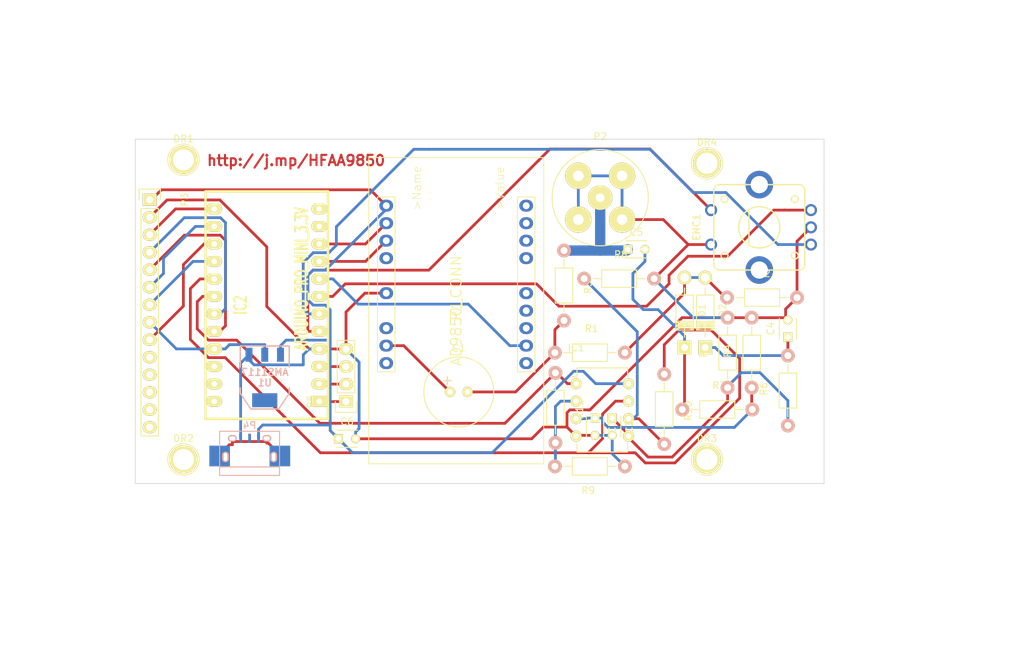
<source format=kicad_pcb>
(kicad_pcb (version 4) (host pcbnew "(2015-06-03 BZR 5697)-product")

  (general
    (links 72)
    (no_connects 0)
    (area 70.714287 64.15 223 159.700001)
    (thickness 1.6)
    (drawings 9)
    (tracks 306)
    (zones 0)
    (modules 34)
    (nets 54)
  )

  (page A4)
  (layers
    (0 F.Cu signal)
    (31 B.Cu signal)
    (32 B.Adhes user)
    (33 F.Adhes user)
    (34 B.Paste user)
    (35 F.Paste user)
    (36 B.SilkS user)
    (37 F.SilkS user)
    (38 B.Mask user)
    (39 F.Mask user)
    (40 Dwgs.User user)
    (41 Cmts.User user)
    (42 Eco1.User user)
    (43 Eco2.User user)
    (44 Edge.Cuts user)
    (45 Margin user)
    (46 B.CrtYd user)
    (47 F.CrtYd user)
    (48 B.Fab user)
    (49 F.Fab user)
  )

  (setup
    (last_trace_width 0.4)
    (trace_clearance 0.25)
    (zone_clearance 0.508)
    (zone_45_only no)
    (trace_min 0.2)
    (segment_width 0.2)
    (edge_width 0.1)
    (via_size 1.5)
    (via_drill 1)
    (via_min_size 0.4)
    (via_min_drill 0.3)
    (uvia_size 1.5)
    (uvia_drill 1)
    (uvias_allowed no)
    (uvia_min_size 0.2)
    (uvia_min_drill 0.1)
    (pcb_text_width 0.3)
    (pcb_text_size 1.5 1.5)
    (mod_edge_width 0.15)
    (mod_text_size 1 1)
    (mod_text_width 0.15)
    (pad_size 2.99974 2.99974)
    (pad_drill 0)
    (pad_to_mask_clearance 0)
    (aux_axis_origin 0 0)
    (visible_elements FFFFFF7F)
    (pcbplotparams
      (layerselection 0x00000_80000000)
      (usegerberextensions false)
      (excludeedgelayer true)
      (linewidth 0.100000)
      (plotframeref false)
      (viasonmask false)
      (mode 1)
      (useauxorigin false)
      (hpglpennumber 1)
      (hpglpenspeed 20)
      (hpglpendiameter 15)
      (hpglpenoverlay 2)
      (psnegative false)
      (psa4output false)
      (plotreference false)
      (plotvalue false)
      (plotinvisibletext false)
      (padsonsilk false)
      (subtractmaskfromsilk false)
      (outputformat 4)
      (mirror false)
      (drillshape 2)
      (scaleselection 1)
      (outputdirectory production/))
  )

  (net 0 "")
  (net 1 "Net-(C1-Pad2)")
  (net 2 "Net-(C1-Pad1)")
  (net 3 "Net-(C2-Pad1)")
  (net 4 "Net-(C3-Pad1)")
  (net 5 GND)
  (net 6 "Net-(C4-Pad1)")
  (net 7 "Net-(C5-Pad1)")
  (net 8 +5V)
  (net 9 "Net-(D1-Pad2)")
  (net 10 "Net-(ENC1-PadA)")
  (net 11 "Net-(ENC1-PadB)")
  (net 12 "Net-(ENC1-PadSW2)")
  (net 13 "Net-(P1-Pad4)")
  (net 14 "Net-(P1-Pad8)")
  (net 15 "Net-(P1-Pad10)")
  (net 16 "Net-(IC1-Pad6)")
  (net 17 "Net-(IC1-Pad7)")
  (net 18 "Net-(IC1-Pad1)")
  (net 19 "Net-(IC1-Pad2)")
  (net 20 "Net-(IC2-Pad1)")
  (net 21 "Net-(IC2-Pad2)")
  (net 22 "Net-(IC2-Pad3)")
  (net 23 "Net-(IC2-Pad8)")
  (net 24 "Net-(IC2-Pad9)")
  (net 25 "Net-(IC2-Pad10)")
  (net 26 "Net-(IC2-Pad11)")
  (net 27 "Net-(IC2-Pad12)")
  (net 28 "Net-(IC2-Pad13)")
  (net 29 "Net-(IC2-Pad14)")
  (net 30 "Net-(IC2-Pad15)")
  (net 31 "Net-(IC2-Pad16)")
  (net 32 "Net-(IC2-Pad19)")
  (net 33 "Net-(IC2-Pad20)")
  (net 34 "Net-(IC2-Pad21)")
  (net 35 "Net-(IC2-Pad22)")
  (net 36 "Net-(IC2-Pad23)")
  (net 37 "Net-(IC2-Pad24)")
  (net 38 "Net-(C5-Pad2)")
  (net 39 "Net-(P1-Pad20)")
  (net 40 "Net-(P1-Pad19)")
  (net 41 "Net-(P1-Pad18)")
  (net 42 "Net-(P1-Pad17)")
  (net 43 "Net-(P1-Pad15)")
  (net 44 "Net-(P1-Pad14)")
  (net 45 "Net-(P1-Pad13)")
  (net 46 "Net-(P1-Pad11)")
  (net 47 "Net-(P3-Pad10)")
  (net 48 "Net-(P3-Pad11)")
  (net 49 "Net-(P3-Pad12)")
  (net 50 "Net-(P3-Pad13)")
  (net 51 "Net-(P3-Pad14)")
  (net 52 "Net-(P4-Pad3)")
  (net 53 "Net-(P4-Pad6)")

  (net_class Default "This is the default net class."
    (clearance 0.25)
    (trace_width 0.4)
    (via_dia 1.5)
    (via_drill 1)
    (uvia_dia 1.5)
    (uvia_drill 1)
    (add_net +5V)
    (add_net GND)
    (add_net "Net-(C1-Pad1)")
    (add_net "Net-(C1-Pad2)")
    (add_net "Net-(C2-Pad1)")
    (add_net "Net-(C3-Pad1)")
    (add_net "Net-(C4-Pad1)")
    (add_net "Net-(C5-Pad2)")
    (add_net "Net-(D1-Pad2)")
    (add_net "Net-(ENC1-PadA)")
    (add_net "Net-(ENC1-PadB)")
    (add_net "Net-(ENC1-PadSW2)")
    (add_net "Net-(IC1-Pad1)")
    (add_net "Net-(IC1-Pad2)")
    (add_net "Net-(IC1-Pad6)")
    (add_net "Net-(IC1-Pad7)")
    (add_net "Net-(IC2-Pad1)")
    (add_net "Net-(IC2-Pad10)")
    (add_net "Net-(IC2-Pad11)")
    (add_net "Net-(IC2-Pad12)")
    (add_net "Net-(IC2-Pad13)")
    (add_net "Net-(IC2-Pad14)")
    (add_net "Net-(IC2-Pad15)")
    (add_net "Net-(IC2-Pad16)")
    (add_net "Net-(IC2-Pad19)")
    (add_net "Net-(IC2-Pad2)")
    (add_net "Net-(IC2-Pad20)")
    (add_net "Net-(IC2-Pad21)")
    (add_net "Net-(IC2-Pad22)")
    (add_net "Net-(IC2-Pad23)")
    (add_net "Net-(IC2-Pad24)")
    (add_net "Net-(IC2-Pad3)")
    (add_net "Net-(IC2-Pad8)")
    (add_net "Net-(IC2-Pad9)")
    (add_net "Net-(P1-Pad10)")
    (add_net "Net-(P1-Pad11)")
    (add_net "Net-(P1-Pad13)")
    (add_net "Net-(P1-Pad14)")
    (add_net "Net-(P1-Pad15)")
    (add_net "Net-(P1-Pad17)")
    (add_net "Net-(P1-Pad18)")
    (add_net "Net-(P1-Pad19)")
    (add_net "Net-(P1-Pad20)")
    (add_net "Net-(P1-Pad4)")
    (add_net "Net-(P1-Pad8)")
    (add_net "Net-(P3-Pad10)")
    (add_net "Net-(P3-Pad11)")
    (add_net "Net-(P3-Pad12)")
    (add_net "Net-(P3-Pad13)")
    (add_net "Net-(P3-Pad14)")
    (add_net "Net-(P4-Pad3)")
    (add_net "Net-(P4-Pad6)")
  )

  (net_class ANT ""
    (clearance 0.25)
    (trace_width 1.5)
    (via_dia 1.5)
    (via_drill 1)
    (uvia_dia 1.5)
    (uvia_drill 1)
    (add_net "Net-(C5-Pad1)")
  )

  (module Measurement_Points:Measurement_Point_Square-SMD-Pad_Big (layer B.Cu) (tedit 55D373DE) (tstamp 55D373C5)
    (at 102.25 130)
    (descr "Mesurement Point, Square, SMD Pad,  3mm x 3mm,")
    (tags "Mesurement Point, Square, SMD Pad, 3mm x 3mm,")
    (fp_text reference "" (at 0 3.81) (layer B.SilkS)
      (effects (font (size 1 1) (thickness 0.15)) (justify mirror))
    )
    (fp_text value "" (at 2.54 -3.81) (layer B.Fab)
      (effects (font (size 1 1) (thickness 0.15)) (justify mirror))
    )
    (pad Sold smd rect (at 0 0) (size 2.99974 2.99974) (layers B.Cu B.Paste B.Mask))
  )

  (module dds-module-ad9850:DDS_AD9850 locked (layer F.Cu) (tedit 55CA2C15) (tstamp 55C7B1E5)
    (at 136.6 108.9 270)
    (descr "AD9850 DDS module")
    (path /558F3F74)
    (fp_text reference P1 (at 0 0 270) (layer F.SilkS)
      (effects (font (thickness 0.15)))
    )
    (fp_text value AD9850_CONN (at 0 0 270) (layer F.SilkS)
      (effects (font (thickness 0.15)))
    )
    (fp_line (start 22.25 12.7) (end -22.25 12.7) (layer Dwgs.User) (width 0.127))
    (fp_line (start -22.25 12.7) (end -22.25 -12.7) (layer Dwgs.User) (width 0.127))
    (fp_line (start -22.25 -12.7) (end 22.25 -12.7) (layer Dwgs.User) (width 0.127))
    (fp_line (start 22.25 -12.7) (end 22.25 12.7) (layer Dwgs.User) (width 0.127))
    (fp_circle (center 19.685 10.16) (end 21.185 10.16) (layer Dwgs.User) (width 0.127))
    (fp_circle (center 19.685 -10.16) (end 21.185 -10.16) (layer Dwgs.User) (width 0.127))
    (fp_circle (center -19.685 10.16) (end -18.185 10.16) (layer Dwgs.User) (width 0.127))
    (fp_circle (center -19.685 -10.16) (end -18.185 -10.16) (layer Dwgs.User) (width 0.127))
    (fp_line (start 13.335 3.81) (end 13.335 -3.81) (layer Dwgs.User) (width 0.127))
    (fp_line (start 13.335 -3.81) (end 18.415 -3.81) (layer Dwgs.User) (width 0.127))
    (fp_line (start 18.415 -3.81) (end 18.415 3.81) (layer Dwgs.User) (width 0.127))
    (fp_line (start 18.415 3.81) (end 13.335 3.81) (layer Dwgs.User) (width 0.127))
    (fp_circle (center -17.78 0) (end -16.28 0) (layer Dwgs.User) (width 0.127))
    (fp_line (start -21.59 3.81) (end -21.59 -3.81) (layer Dwgs.User) (width 0.127))
    (fp_line (start -21.59 -3.81) (end -13.97 -3.81) (layer Dwgs.User) (width 0.127))
    (fp_line (start -13.97 -3.81) (end -13.97 3.81) (layer Dwgs.User) (width 0.127))
    (fp_line (start -13.97 3.81) (end -21.59 3.81) (layer Dwgs.User) (width 0.127))
    (fp_line (start -17.78 1.27) (end -17.78 -1.27) (layer Dwgs.User) (width 0.127))
    (fp_line (start -19.05 0) (end -16.51 0) (layer Dwgs.User) (width 0.127))
    (fp_text user "XO 125MHz" (at 15.875 0 360) (layer Dwgs.User)
      (effects (font (size 1.2065 1.2065) (thickness 0.1016)))
    )
    (fp_line (start -16.51 11.43) (end -16.51 8.89) (layer F.SilkS) (width 0.127))
    (fp_line (start -16.51 8.89) (end 8.89 8.89) (layer F.SilkS) (width 0.127))
    (fp_line (start 8.89 8.89) (end 8.89 11.43) (layer F.SilkS) (width 0.127))
    (fp_line (start 8.89 11.43) (end -16.51 11.43) (layer F.SilkS) (width 0.127))
    (fp_line (start -16.51 -8.89) (end -16.51 -11.43) (layer F.SilkS) (width 0.127))
    (fp_line (start -16.51 -11.43) (end 8.89 -11.43) (layer F.SilkS) (width 0.127))
    (fp_line (start 8.89 -11.43) (end 8.89 -8.89) (layer F.SilkS) (width 0.127))
    (fp_line (start 8.89 -8.89) (end -16.51 -8.89) (layer F.SilkS) (width 0.127))
    (fp_text user >Value (at -17.78 -6.35 270) (layer F.SilkS)
      (effects (font (size 1.2065 1.2065) (thickness 0.1016)))
    )
    (fp_text user >Name (at -17.78 5.715 270) (layer F.SilkS)
      (effects (font (size 1.2065 1.2065) (thickness 0.1016)))
    )
    (fp_line (start -22.225 -12.7) (end 22.225 -12.7) (layer F.SilkS) (width 0.127))
    (fp_line (start 22.225 -12.7) (end 22.225 12.7) (layer F.SilkS) (width 0.127))
    (fp_line (start 22.225 12.7) (end -22.225 12.7) (layer F.SilkS) (width 0.127))
    (fp_line (start -22.225 12.7) (end -22.225 -12.7) (layer F.SilkS) (width 0.127))
    (pad 1 thru_hole oval (at -15.24 10.16 270) (size 1.72 2) (drill 1) (layers *.Cu *.Mask)
      (net 8 +5V) (clearance 0.2))
    (pad 2 thru_hole oval (at -12.7 10.16 270) (size 1.72 2) (drill 1) (layers *.Cu *.Mask)
      (net 25 "Net-(IC2-Pad10)"))
    (pad 3 thru_hole oval (at -10.16 10.16 270) (size 1.72 2) (drill 1) (layers *.Cu *.Mask)
      (net 24 "Net-(IC2-Pad9)"))
    (pad 4 thru_hole oval (at -7.62 10.16 270) (size 1.72 2) (drill 1) (layers *.Cu *.Mask)
      (net 13 "Net-(P1-Pad4)") (clearance 0.2))
    (pad 6 thru_hole oval (at -2.54 10.16 270) (size 1.72 2) (drill 1) (layers *.Cu *.Mask)
      (net 5 GND) (clearance 0.2))
    (pad 8 thru_hole oval (at 2.54 10.16 270) (size 1.72 2) (drill 1) (layers *.Cu *.Mask)
      (net 14 "Net-(P1-Pad8)"))
    (pad 9 thru_hole oval (at 5.08 10.16 270) (size 1.72 2) (drill 1) (layers *.Cu *.Mask)
      (net 2 "Net-(C1-Pad1)"))
    (pad 10 thru_hole oval (at 7.62 10.16 270) (size 1.72 2) (drill 1) (layers *.Cu *.Mask)
      (net 15 "Net-(P1-Pad10)"))
    (pad 20 thru_hole oval (at -15.24 -10.16 270) (size 1.72 2) (drill 1) (layers *.Cu *.Mask)
      (net 39 "Net-(P1-Pad20)"))
    (pad 19 thru_hole oval (at -12.7 -10.16 270) (size 1.72 2) (drill 1) (layers *.Cu *.Mask)
      (net 40 "Net-(P1-Pad19)"))
    (pad 18 thru_hole oval (at -10.16 -10.16 270) (size 1.72 2) (drill 1) (layers *.Cu *.Mask)
      (net 41 "Net-(P1-Pad18)"))
    (pad 17 thru_hole oval (at -7.62 -10.16 270) (size 1.72 2) (drill 1) (layers *.Cu *.Mask)
      (net 42 "Net-(P1-Pad17)"))
    (pad 15 thru_hole oval (at -2.54 -10.16 270) (size 1.72 2) (drill 1) (layers *.Cu *.Mask)
      (net 43 "Net-(P1-Pad15)"))
    (pad 14 thru_hole oval (at 0 -10.16 270) (size 1.72 2) (drill 1) (layers *.Cu *.Mask)
      (net 44 "Net-(P1-Pad14)"))
    (pad 13 thru_hole oval (at 2.54 -10.16 270) (size 1.72 2) (drill 1) (layers *.Cu *.Mask)
      (net 45 "Net-(P1-Pad13)"))
    (pad 12 thru_hole oval (at 5.08 -10.16 270) (size 1.72 2) (drill 1) (layers *.Cu *.Mask)
      (net 23 "Net-(IC2-Pad8)"))
    (pad 11 thru_hole oval (at 7.62 -10.16 270) (size 1.72 2) (drill 1) (layers *.Cu *.Mask)
      (net 46 "Net-(P1-Pad11)"))
  )

  (module Connect:USB_Micro-B (layer B.Cu) (tedit 55CA1F43) (tstamp 55C7B222)
    (at 106.6 129 180)
    (descr "Micro USB Type B Receptacle")
    (tags "USB USB_B USB_micro USB_OTG")
    (path /55C68FD7)
    (attr smd)
    (fp_text reference P4 (at 0 3.45 180) (layer B.SilkS)
      (effects (font (size 1 1) (thickness 0.15)) (justify mirror))
    )
    (fp_text value USB_OTG (at 0 -4.8 180) (layer B.Fab)
      (effects (font (size 1 1) (thickness 0.15)) (justify mirror))
    )
    (fp_line (start -4.6 2.8) (end 4.6 2.8) (layer B.CrtYd) (width 0.05))
    (fp_line (start 4.6 2.8) (end 4.6 -4.05) (layer B.CrtYd) (width 0.05))
    (fp_line (start 4.6 -4.05) (end -4.6 -4.05) (layer B.CrtYd) (width 0.05))
    (fp_line (start -4.6 -4.05) (end -4.6 2.8) (layer B.CrtYd) (width 0.05))
    (fp_line (start -4.3509 -3.81746) (end 4.3491 -3.81746) (layer B.SilkS) (width 0.15))
    (fp_line (start -4.3509 2.58754) (end 4.3491 2.58754) (layer B.SilkS) (width 0.15))
    (fp_line (start 4.3491 2.58754) (end 4.3491 -3.81746) (layer B.SilkS) (width 0.15))
    (fp_line (start 4.3491 -2.58746) (end -4.3509 -2.58746) (layer B.SilkS) (width 0.15))
    (fp_line (start -4.3509 -3.81746) (end -4.3509 2.58754) (layer B.SilkS) (width 0.15))
    (pad 1 smd rect (at -1.3009 1.56254 90) (size 1.35 0.4) (layers B.Cu B.Paste B.Mask)
      (net 8 +5V) (clearance 0.1))
    (pad 3 smd rect (at -0.0009 1.56254 90) (size 1.35 0.4) (layers B.Cu B.Paste B.Mask)
      (net 52 "Net-(P4-Pad3)") (clearance 0.1))
    (pad 5 smd rect (at 1.2991 1.56254 90) (size 1.35 0.4) (layers B.Cu B.Paste B.Mask)
      (net 5 GND) (clearance 0.1))
    (pad 6 thru_hole oval (at -2.5009 1.56254 90) (size 0.95 1.25) (drill oval 0.55 0.85) (layers *.Cu *.Mask B.SilkS)
      (net 53 "Net-(P4-Pad6)"))
    (pad 6 thru_hole oval (at 2.4991 1.56254 90) (size 0.95 1.25) (drill oval 0.55 0.85) (layers *.Cu *.Mask B.SilkS)
      (net 53 "Net-(P4-Pad6)"))
    (pad 6 thru_hole oval (at -3.5009 -1.13746 90) (size 1.55 1) (drill oval 1.15 0.5) (layers *.Cu *.Mask B.SilkS)
      (net 53 "Net-(P4-Pad6)"))
    (pad 6 thru_hole oval (at 3.4991 -1.13746 90) (size 1.55 1) (drill oval 1.15 0.5) (layers *.Cu *.Mask B.SilkS)
      (net 53 "Net-(P4-Pad6)"))
  )

  (module Connect:1pin locked (layer F.Cu) (tedit 55C7C45D) (tstamp 55C79526)
    (at 97 87)
    (descr "module 1 pin (ou trou mecanique de percage)")
    (tags DEV)
    (fp_text reference DR1 (at 0 -3.048) (layer F.SilkS)
      (effects (font (size 1 1) (thickness 0.15)))
    )
    (fp_text value "" (at 0 2.794) (layer F.Fab)
      (effects (font (size 1 1) (thickness 0.15)))
    )
    (fp_circle (center 0 0) (end 0 -2.286) (layer F.SilkS) (width 0.15))
    (pad "" thru_hole circle (at 0 0) (size 4.064 4.064) (drill 3.048) (layers *.Cu *.Mask F.SilkS))
  )

  (module Connect:1pin locked (layer F.Cu) (tedit 55C7C468) (tstamp 55C79535)
    (at 97 130.5)
    (descr "module 1 pin (ou trou mecanique de percage)")
    (tags DEV)
    (fp_text reference DR2 (at 0 -3.048) (layer F.SilkS)
      (effects (font (size 1 1) (thickness 0.15)))
    )
    (fp_text value "" (at 0 2.794) (layer F.Fab)
      (effects (font (size 1 1) (thickness 0.15)))
    )
    (fp_circle (center 0 0) (end 0 -2.286) (layer F.SilkS) (width 0.15))
    (pad "" thru_hole circle (at 0 0) (size 4.064 4.064) (drill 3.048) (layers *.Cu *.Mask F.SilkS))
  )

  (module Connect:1pin locked (layer F.Cu) (tedit 55C7C47C) (tstamp 55C79581)
    (at 173 87.5)
    (descr "module 1 pin (ou trou mecanique de percage)")
    (tags DEV)
    (fp_text reference DR4 (at 0 -3.048) (layer F.SilkS)
      (effects (font (size 1 1) (thickness 0.15)))
    )
    (fp_text value "" (at 0 2.794) (layer F.Fab)
      (effects (font (size 1 1) (thickness 0.15)))
    )
    (fp_circle (center 0 0) (end 0 -2.286) (layer F.SilkS) (width 0.15))
    (pad "" thru_hole circle (at 0 0) (size 4.064 4.064) (drill 3.048) (layers *.Cu *.Mask F.SilkS))
  )

  (module Connect:1pin locked (layer F.Cu) (tedit 55C7C470) (tstamp 55C79587)
    (at 173 130.5)
    (descr "module 1 pin (ou trou mecanique de percage)")
    (tags DEV)
    (fp_text reference DR3 (at 0 -3.048) (layer F.SilkS)
      (effects (font (size 1 1) (thickness 0.15)))
    )
    (fp_text value "" (at 0 2.794) (layer F.Fab)
      (effects (font (size 1 1) (thickness 0.15)))
    )
    (fp_circle (center 0 0) (end 0 -2.286) (layer F.SilkS) (width 0.15))
    (pad "" thru_hole circle (at 0 0) (size 4.064 4.064) (drill 3.048) (layers *.Cu *.Mask F.SilkS))
  )

  (module Capacitors_Elko_ThroughHole:Elko_vert_20x10mm_RM2.5 (layer F.Cu) (tedit 5454A36B) (tstamp 55C7B0F6)
    (at 135.7 120.7)
    (descr "Electrolytic Capacitor, vertical, diameter 10mm, RM 2,5mm, radial,")
    (tags "Electrolytic Capacitor, vertical, diameter 10mm, RM 2,5mm, Elko, Electrolytkondensator, Kondensator gepolt, Durchmesser 10mm, radial,")
    (path /557093CE)
    (fp_text reference C1 (at 1.27 -6.35) (layer F.SilkS)
      (effects (font (size 1 1) (thickness 0.15)))
    )
    (fp_text value 1uF (at 1.27 6.35) (layer F.Fab)
      (effects (font (size 1 1) (thickness 0.15)))
    )
    (fp_line (start -0.381 -2.159) (end -0.381 -1.143) (layer F.SilkS) (width 0.15))
    (fp_line (start -0.889 -1.651) (end 0.127 -1.651) (layer F.SilkS) (width 0.15))
    (fp_line (start -0.381 -2.159) (end -0.381 -1.143) (layer F.Cu) (width 0.15))
    (fp_line (start -0.889 -1.651) (end 0.127 -1.651) (layer F.Cu) (width 0.15))
    (fp_circle (center 1.27 0) (end 6.35 0) (layer F.SilkS) (width 0.15))
    (pad 2 thru_hole circle (at 2.54 0) (size 1.50114 1.50114) (drill 0.8001) (layers *.Cu *.Mask F.SilkS)
      (net 1 "Net-(C1-Pad2)"))
    (pad 1 thru_hole circle (at 0 0) (size 1.50114 1.50114) (drill 0.8001) (layers *.Cu *.Mask F.SilkS)
      (net 2 "Net-(C1-Pad1)"))
    (model Capacitors_Elko_ThroughHole.3dshapes/Elko_vert_20x10mm_RM2.5.wrl
      (at (xyz 0 0 0))
      (scale (xyz 1 1 1))
      (rotate (xyz 0 0 0))
    )
  )

  (module Capacitors_ThroughHole:C_Disc_D3_P2.5 (layer F.Cu) (tedit 0) (tstamp 55C7B102)
    (at 159.25 124.5 270)
    (descr "Capacitor 3mm Disc, Pitch 2.5mm")
    (tags Capacitor)
    (path /558F85E3)
    (fp_text reference C2 (at 1.25 -2.5 270) (layer F.SilkS)
      (effects (font (size 1 1) (thickness 0.15)))
    )
    (fp_text value 10n (at 1.25 2.5 270) (layer F.Fab)
      (effects (font (size 1 1) (thickness 0.15)))
    )
    (fp_line (start -0.9 -1.5) (end 3.4 -1.5) (layer F.CrtYd) (width 0.05))
    (fp_line (start 3.4 -1.5) (end 3.4 1.5) (layer F.CrtYd) (width 0.05))
    (fp_line (start 3.4 1.5) (end -0.9 1.5) (layer F.CrtYd) (width 0.05))
    (fp_line (start -0.9 1.5) (end -0.9 -1.5) (layer F.CrtYd) (width 0.05))
    (fp_line (start -0.25 -1.25) (end 2.75 -1.25) (layer F.SilkS) (width 0.15))
    (fp_line (start 2.75 1.25) (end -0.25 1.25) (layer F.SilkS) (width 0.15))
    (pad 1 thru_hole rect (at 0 0 270) (size 1.3 1.3) (drill 0.8) (layers *.Cu *.Mask F.SilkS)
      (net 3 "Net-(C2-Pad1)"))
    (pad 2 thru_hole circle (at 2.5 0 270) (size 1.3 1.3) (drill 0.8001) (layers *.Cu *.Mask F.SilkS)
      (net 5 GND))
    (model Capacitors_ThroughHole.3dshapes/C_Disc_D3_P2.5.wrl
      (at (xyz 0.0492126 0 0))
      (scale (xyz 1 1 1))
      (rotate (xyz 0 0 0))
    )
  )

  (module Capacitors_ThroughHole:C_Disc_D3_P2.5 (layer F.Cu) (tedit 0) (tstamp 55C7B10E)
    (at 156.75 124.5 270)
    (descr "Capacitor 3mm Disc, Pitch 2.5mm")
    (tags Capacitor)
    (path /5570853C)
    (fp_text reference C3 (at 1.25 -2.5 270) (layer F.SilkS)
      (effects (font (size 1 1) (thickness 0.15)))
    )
    (fp_text value 10n (at 1.25 2.5 270) (layer F.Fab)
      (effects (font (size 1 1) (thickness 0.15)))
    )
    (fp_line (start -0.9 -1.5) (end 3.4 -1.5) (layer F.CrtYd) (width 0.05))
    (fp_line (start 3.4 -1.5) (end 3.4 1.5) (layer F.CrtYd) (width 0.05))
    (fp_line (start 3.4 1.5) (end -0.9 1.5) (layer F.CrtYd) (width 0.05))
    (fp_line (start -0.9 1.5) (end -0.9 -1.5) (layer F.CrtYd) (width 0.05))
    (fp_line (start -0.25 -1.25) (end 2.75 -1.25) (layer F.SilkS) (width 0.15))
    (fp_line (start 2.75 1.25) (end -0.25 1.25) (layer F.SilkS) (width 0.15))
    (pad 1 thru_hole rect (at 0 0 270) (size 1.3 1.3) (drill 0.8) (layers *.Cu *.Mask F.SilkS)
      (net 4 "Net-(C3-Pad1)"))
    (pad 2 thru_hole circle (at 2.5 0 270) (size 1.3 1.3) (drill 0.8001) (layers *.Cu *.Mask F.SilkS)
      (net 5 GND))
    (model Capacitors_ThroughHole.3dshapes/C_Disc_D3_P2.5.wrl
      (at (xyz 0.0492126 0 0))
      (scale (xyz 1 1 1))
      (rotate (xyz 0 0 0))
    )
  )

  (module Capacitors_ThroughHole:C_Disc_D3_P2.5 (layer F.Cu) (tedit 0) (tstamp 55C7B11A)
    (at 184.75 112.75 90)
    (descr "Capacitor 3mm Disc, Pitch 2.5mm")
    (tags Capacitor)
    (path /5570890C)
    (fp_text reference C4 (at 1.25 -2.5 90) (layer F.SilkS)
      (effects (font (size 1 1) (thickness 0.15)))
    )
    (fp_text value 100n (at 1.25 2.5 90) (layer F.Fab)
      (effects (font (size 1 1) (thickness 0.15)))
    )
    (fp_line (start -0.9 -1.5) (end 3.4 -1.5) (layer F.CrtYd) (width 0.05))
    (fp_line (start 3.4 -1.5) (end 3.4 1.5) (layer F.CrtYd) (width 0.05))
    (fp_line (start 3.4 1.5) (end -0.9 1.5) (layer F.CrtYd) (width 0.05))
    (fp_line (start -0.9 1.5) (end -0.9 -1.5) (layer F.CrtYd) (width 0.05))
    (fp_line (start -0.25 -1.25) (end 2.75 -1.25) (layer F.SilkS) (width 0.15))
    (fp_line (start 2.75 1.25) (end -0.25 1.25) (layer F.SilkS) (width 0.15))
    (pad 1 thru_hole rect (at 0 0 90) (size 1.3 1.3) (drill 0.8) (layers *.Cu *.Mask F.SilkS)
      (net 6 "Net-(C4-Pad1)"))
    (pad 2 thru_hole circle (at 2.5 0 90) (size 1.3 1.3) (drill 0.8001) (layers *.Cu *.Mask F.SilkS)
      (net 5 GND))
    (model Capacitors_ThroughHole.3dshapes/C_Disc_D3_P2.5.wrl
      (at (xyz 0.0492126 0 0))
      (scale (xyz 1 1 1))
      (rotate (xyz 0 0 0))
    )
  )

  (module Capacitors_ThroughHole:C_Disc_D3_P2.5 (layer F.Cu) (tedit 0) (tstamp 55C7B126)
    (at 161.5 100)
    (descr "Capacitor 3mm Disc, Pitch 2.5mm")
    (tags Capacitor)
    (path /5570869C)
    (fp_text reference C5 (at 1.25 -2.5) (layer F.SilkS)
      (effects (font (size 1 1) (thickness 0.15)))
    )
    (fp_text value 100n (at 1.25 2.5) (layer F.Fab)
      (effects (font (size 1 1) (thickness 0.15)))
    )
    (fp_line (start -0.9 -1.5) (end 3.4 -1.5) (layer F.CrtYd) (width 0.05))
    (fp_line (start 3.4 -1.5) (end 3.4 1.5) (layer F.CrtYd) (width 0.05))
    (fp_line (start 3.4 1.5) (end -0.9 1.5) (layer F.CrtYd) (width 0.05))
    (fp_line (start -0.9 1.5) (end -0.9 -1.5) (layer F.CrtYd) (width 0.05))
    (fp_line (start -0.25 -1.25) (end 2.75 -1.25) (layer F.SilkS) (width 0.15))
    (fp_line (start 2.75 1.25) (end -0.25 1.25) (layer F.SilkS) (width 0.15))
    (pad 1 thru_hole rect (at 0 0) (size 1.3 1.3) (drill 0.8) (layers *.Cu *.Mask F.SilkS)
      (net 7 "Net-(C5-Pad1)"))
    (pad 2 thru_hole circle (at 2.5 0) (size 1.3 1.3) (drill 0.8001) (layers *.Cu *.Mask F.SilkS)
      (net 38 "Net-(C5-Pad2)"))
    (model Capacitors_ThroughHole.3dshapes/C_Disc_D3_P2.5.wrl
      (at (xyz 0.0492126 0 0))
      (scale (xyz 1 1 1))
      (rotate (xyz 0 0 0))
    )
  )

  (module Capacitors_ThroughHole:C_Disc_D3_P2.5 (layer F.Cu) (tedit 0) (tstamp 55C7B132)
    (at 119.5 127.5)
    (descr "Capacitor 3mm Disc, Pitch 2.5mm")
    (tags Capacitor)
    (path /55718C7C)
    (fp_text reference C6 (at 1.25 -2.5) (layer F.SilkS)
      (effects (font (size 1 1) (thickness 0.15)))
    )
    (fp_text value 10n (at 1.25 2.5) (layer F.Fab)
      (effects (font (size 1 1) (thickness 0.15)))
    )
    (fp_line (start -0.9 -1.5) (end 3.4 -1.5) (layer F.CrtYd) (width 0.05))
    (fp_line (start 3.4 -1.5) (end 3.4 1.5) (layer F.CrtYd) (width 0.05))
    (fp_line (start 3.4 1.5) (end -0.9 1.5) (layer F.CrtYd) (width 0.05))
    (fp_line (start -0.9 1.5) (end -0.9 -1.5) (layer F.CrtYd) (width 0.05))
    (fp_line (start -0.25 -1.25) (end 2.75 -1.25) (layer F.SilkS) (width 0.15))
    (fp_line (start 2.75 1.25) (end -0.25 1.25) (layer F.SilkS) (width 0.15))
    (pad 1 thru_hole rect (at 0 0) (size 1.3 1.3) (drill 0.8) (layers *.Cu *.Mask F.SilkS)
      (net 8 +5V))
    (pad 2 thru_hole circle (at 2.5 0) (size 1.3 1.3) (drill 0.8001) (layers *.Cu *.Mask F.SilkS)
      (net 5 GND))
    (model Capacitors_ThroughHole.3dshapes/C_Disc_D3_P2.5.wrl
      (at (xyz 0.0492126 0 0))
      (scale (xyz 1 1 1))
      (rotate (xyz 0 0 0))
    )
  )

  (module Diodes_ThroughHole:Diode_DO-41_SOD81_Horizontal_RM10 (layer F.Cu) (tedit 552FFCCE) (tstamp 55C7B146)
    (at 169.75 114.25 90)
    (descr "Diode, DO-41, SOD81, Horizontal, RM 10mm,")
    (tags "Diode, DO-41, SOD81, Horizontal, RM 10mm, 1N4007, SB140,")
    (path /557085C1)
    (fp_text reference D1 (at 5.38734 2.53746 90) (layer F.SilkS)
      (effects (font (size 1 1) (thickness 0.15)))
    )
    (fp_text value AA143 (at 4.37134 -3.55854 90) (layer F.Fab)
      (effects (font (size 1 1) (thickness 0.15)))
    )
    (fp_line (start 7.62 -0.00254) (end 8.636 -0.00254) (layer F.SilkS) (width 0.15))
    (fp_line (start 2.794 -0.00254) (end 1.524 -0.00254) (layer F.SilkS) (width 0.15))
    (fp_line (start 3.048 -1.27254) (end 3.048 1.26746) (layer F.SilkS) (width 0.15))
    (fp_line (start 3.302 -1.27254) (end 3.302 1.26746) (layer F.SilkS) (width 0.15))
    (fp_line (start 3.556 -1.27254) (end 3.556 1.26746) (layer F.SilkS) (width 0.15))
    (fp_line (start 2.794 -1.27254) (end 2.794 1.26746) (layer F.SilkS) (width 0.15))
    (fp_line (start 3.81 -1.27254) (end 2.54 1.26746) (layer F.SilkS) (width 0.15))
    (fp_line (start 2.54 -1.27254) (end 3.81 1.26746) (layer F.SilkS) (width 0.15))
    (fp_line (start 3.81 -1.27254) (end 3.81 1.26746) (layer F.SilkS) (width 0.15))
    (fp_line (start 3.175 -1.27254) (end 3.175 1.26746) (layer F.SilkS) (width 0.15))
    (fp_line (start 2.54 1.26746) (end 2.54 -1.27254) (layer F.SilkS) (width 0.15))
    (fp_line (start 2.54 -1.27254) (end 7.62 -1.27254) (layer F.SilkS) (width 0.15))
    (fp_line (start 7.62 -1.27254) (end 7.62 1.26746) (layer F.SilkS) (width 0.15))
    (fp_line (start 7.62 1.26746) (end 2.54 1.26746) (layer F.SilkS) (width 0.15))
    (pad 2 thru_hole circle (at 10.16 -0.00254 270) (size 1.99898 1.99898) (drill 1.27) (layers *.Cu *.Mask F.SilkS)
      (net 9 "Net-(D1-Pad2)"))
    (pad 1 thru_hole rect (at 0 -0.00254 270) (size 1.99898 1.99898) (drill 1.00076) (layers *.Cu *.Mask F.SilkS)
      (net 38 "Net-(C5-Pad2)"))
  )

  (module Diodes_ThroughHole:Diode_DO-41_SOD81_Horizontal_RM10 (layer F.Cu) (tedit 552FFCCE) (tstamp 55C7B15A)
    (at 172.75 114.25 90)
    (descr "Diode, DO-41, SOD81, Horizontal, RM 10mm,")
    (tags "Diode, DO-41, SOD81, Horizontal, RM 10mm, 1N4007, SB140,")
    (path /55708657)
    (fp_text reference D2 (at 5.38734 2.53746 90) (layer F.SilkS)
      (effects (font (size 1 1) (thickness 0.15)))
    )
    (fp_text value AA143 (at 4.37134 -3.55854 90) (layer F.Fab)
      (effects (font (size 1 1) (thickness 0.15)))
    )
    (fp_line (start 7.62 -0.00254) (end 8.636 -0.00254) (layer F.SilkS) (width 0.15))
    (fp_line (start 2.794 -0.00254) (end 1.524 -0.00254) (layer F.SilkS) (width 0.15))
    (fp_line (start 3.048 -1.27254) (end 3.048 1.26746) (layer F.SilkS) (width 0.15))
    (fp_line (start 3.302 -1.27254) (end 3.302 1.26746) (layer F.SilkS) (width 0.15))
    (fp_line (start 3.556 -1.27254) (end 3.556 1.26746) (layer F.SilkS) (width 0.15))
    (fp_line (start 2.794 -1.27254) (end 2.794 1.26746) (layer F.SilkS) (width 0.15))
    (fp_line (start 3.81 -1.27254) (end 2.54 1.26746) (layer F.SilkS) (width 0.15))
    (fp_line (start 2.54 -1.27254) (end 3.81 1.26746) (layer F.SilkS) (width 0.15))
    (fp_line (start 3.81 -1.27254) (end 3.81 1.26746) (layer F.SilkS) (width 0.15))
    (fp_line (start 3.175 -1.27254) (end 3.175 1.26746) (layer F.SilkS) (width 0.15))
    (fp_line (start 2.54 1.26746) (end 2.54 -1.27254) (layer F.SilkS) (width 0.15))
    (fp_line (start 2.54 -1.27254) (end 7.62 -1.27254) (layer F.SilkS) (width 0.15))
    (fp_line (start 7.62 -1.27254) (end 7.62 1.26746) (layer F.SilkS) (width 0.15))
    (fp_line (start 7.62 1.26746) (end 2.54 1.26746) (layer F.SilkS) (width 0.15))
    (pad 2 thru_hole circle (at 10.16 -0.00254 270) (size 1.99898 1.99898) (drill 1.27) (layers *.Cu *.Mask F.SilkS)
      (net 9 "Net-(D1-Pad2)"))
    (pad 1 thru_hole rect (at 0 -0.00254 270) (size 1.99898 1.99898) (drill 1.00076) (layers *.Cu *.Mask F.SilkS)
      (net 6 "Net-(C4-Pad1)"))
  )

  (module Rotary-Encoders:BI_EN12-HS22AF30 locked (layer F.Cu) (tedit 55435F07) (tstamp 55C7B174)
    (at 180.6 96.8 90)
    (tags "rotary, encoder, BI-Technologies")
    (path /559B7A1A)
    (fp_text reference ENC1 (at 0 -9.1 90) (layer F.SilkS)
      (effects (font (size 1 1) (thickness 0.2)))
    )
    (fp_text value BI_EN11-HSM1AF15 (at 0 -4.8 90) (layer F.SilkS) hide
      (effects (font (size 1 1) (thickness 0.2)))
    )
    (fp_circle (center 0 0) (end 3.75 0) (layer F.Fab) (width 0.05))
    (fp_circle (center -4.1 5.15) (end -3.6 5.15) (layer F.SilkS) (width 0.2))
    (fp_circle (center 4.1 5.15) (end 4.6 5.15) (layer F.SilkS) (width 0.2))
    (fp_circle (center 4.1 -5.05) (end 4.6 -5.05) (layer F.SilkS) (width 0.2))
    (fp_circle (center -4.1 -5.05) (end -3.6 -5.05) (layer F.SilkS) (width 0.2))
    (fp_line (start -6.2 5.8) (end -6.2 -5.8) (layer F.SilkS) (width 0.2))
    (fp_line (start 6.2 -5.8) (end 6.2 5.8) (layer F.SilkS) (width 0.2))
    (fp_line (start -5.4 -6.6) (end 5.4 -6.6) (layer F.SilkS) (width 0.2))
    (fp_line (start -5.4 6.6) (end 5.4 6.6) (layer F.SilkS) (width 0.2))
    (fp_arc (start -5.4 -5.8) (end -6.2 -5.8) (angle 90) (layer F.SilkS) (width 0.2))
    (fp_arc (start -5.4 5.8) (end -5.4 6.6) (angle 90) (layer F.SilkS) (width 0.2))
    (fp_arc (start 5.4 5.8) (end 6.2 5.8) (angle 90) (layer F.SilkS) (width 0.2))
    (fp_arc (start 5.4 -5.8) (end 5.4 -6.6) (angle 90) (layer F.SilkS) (width 0.2))
    (fp_line (start -2.6 -1.5) (end 2.6 -1.5) (layer F.SilkS) (width 0.2))
    (fp_circle (center 0 0) (end 3 0) (layer F.SilkS) (width 0.2))
    (pad A thru_hole circle (at -2.5 7.5 90) (size 1.75 1.75) (drill 1.1) (layers *.Cu *.Mask)
      (net 10 "Net-(ENC1-PadA)"))
    (pad B thru_hole circle (at 2.5 7.5 90) (size 1.75 1.75) (drill 1.1) (layers *.Cu *.Mask)
      (net 11 "Net-(ENC1-PadB)"))
    (pad C thru_hole circle (at 0 7.5 90) (size 1.75 1.75) (drill 1.1) (layers *.Cu *.Mask)
      (net 5 GND))
    (pad SW2 thru_hole circle (at 2.5 -7 90) (size 1.75 1.75) (drill 1.1) (layers *.Cu *.Mask)
      (net 12 "Net-(ENC1-PadSW2)"))
    (pad SW1 thru_hole circle (at -2.5 -7 90) (size 1.75 1.75) (drill 1.1) (layers *.Cu *.Mask)
      (net 5 GND))
    (pad body thru_hole oval (at 6.2 0 90) (size 4 4) (drill 2.5) (layers *.Cu *.Mask))
    (pad body thru_hole oval (at -6.2 0 90) (size 4 4) (drill 2.5) (layers *.Cu *.Mask))
  )

  (module Housings_DIP:DIP-8_W7.62mm (layer F.Cu) (tedit 54130A77) (tstamp 55C7B18B)
    (at 154 119.5)
    (descr "8-lead dip package, row spacing 7.62 mm (300 mils)")
    (tags "dil dip 2.54 300")
    (path /55720929)
    (fp_text reference IC1 (at 0 -5.22) (layer F.SilkS)
      (effects (font (size 1 1) (thickness 0.15)))
    )
    (fp_text value MCP6002 (at 0 -3.72) (layer F.Fab)
      (effects (font (size 1 1) (thickness 0.15)))
    )
    (fp_line (start -1.05 -2.45) (end -1.05 10.1) (layer F.CrtYd) (width 0.05))
    (fp_line (start 8.65 -2.45) (end 8.65 10.1) (layer F.CrtYd) (width 0.05))
    (fp_line (start -1.05 -2.45) (end 8.65 -2.45) (layer F.CrtYd) (width 0.05))
    (fp_line (start -1.05 10.1) (end 8.65 10.1) (layer F.CrtYd) (width 0.05))
    (fp_line (start 0.135 -2.295) (end 0.135 -1.025) (layer F.SilkS) (width 0.15))
    (fp_line (start 7.485 -2.295) (end 7.485 -1.025) (layer F.SilkS) (width 0.15))
    (fp_line (start 7.485 9.915) (end 7.485 8.645) (layer F.SilkS) (width 0.15))
    (fp_line (start 0.135 9.915) (end 0.135 8.645) (layer F.SilkS) (width 0.15))
    (fp_line (start 0.135 -2.295) (end 7.485 -2.295) (layer F.SilkS) (width 0.15))
    (fp_line (start 0.135 9.915) (end 7.485 9.915) (layer F.SilkS) (width 0.15))
    (fp_line (start 0.135 -1.025) (end -0.8 -1.025) (layer F.SilkS) (width 0.15))
    (pad 1 thru_hole oval (at 0 0) (size 1.6 1.6) (drill 0.8) (layers *.Cu *.Mask F.SilkS)
      (net 18 "Net-(IC1-Pad1)"))
    (pad 2 thru_hole oval (at 0 2.54) (size 1.6 1.6) (drill 0.8) (layers *.Cu *.Mask F.SilkS)
      (net 19 "Net-(IC1-Pad2)"))
    (pad 3 thru_hole oval (at 0 5.08) (size 1.6 1.6) (drill 0.8) (layers *.Cu *.Mask F.SilkS)
      (net 4 "Net-(C3-Pad1)"))
    (pad 4 thru_hole oval (at 0 7.62) (size 1.6 1.6) (drill 0.8) (layers *.Cu *.Mask F.SilkS)
      (net 5 GND))
    (pad 5 thru_hole oval (at 7.62 7.62) (size 1.6 1.6) (drill 0.8) (layers *.Cu *.Mask F.SilkS)
      (net 3 "Net-(C2-Pad1)"))
    (pad 6 thru_hole oval (at 7.62 5.08) (size 1.6 1.6) (drill 0.8) (layers *.Cu *.Mask F.SilkS)
      (net 16 "Net-(IC1-Pad6)"))
    (pad 7 thru_hole oval (at 7.62 2.54) (size 1.6 1.6) (drill 0.8) (layers *.Cu *.Mask F.SilkS)
      (net 17 "Net-(IC1-Pad7)"))
    (pad 8 thru_hole oval (at 7.62 0) (size 1.6 1.6) (drill 0.8) (layers *.Cu *.Mask F.SilkS)
      (net 8 +5V))
    (model Housings_DIP.3dshapes/DIP-8_W7.62mm.wrl
      (at (xyz 0 0 0))
      (scale (xyz 1 1 1))
      (rotate (xyz 0 0 0))
    )
  )

  (module "arduino pro mini:ARDUINO_PRO_MINI" locked (layer F.Cu) (tedit 52DF2A06) (tstamp 55C7B1AB)
    (at 112.9 108.1 90)
    (descr "Arduino pro mini, eliptcal pads")
    (tags arduino)
    (path /559C1201)
    (fp_text reference IC2 (at 0 -7.62 90) (layer F.SilkS)
      (effects (font (size 1.778 1.143) (thickness 0.28702)))
    )
    (fp_text value ARDUINO_PRO_MINI_3.3V (at 3.81 1.27 90) (layer F.SilkS)
      (effects (font (size 1.778 1.143) (thickness 0.28702)))
    )
    (fp_line (start -16.51 -12.7) (end -16.51 5.08) (layer F.SilkS) (width 0.381))
    (fp_line (start 16.51 -12.7) (end 16.51 5.08) (layer F.SilkS) (width 0.381))
    (fp_line (start -16.51 -12.7) (end 16.51 -12.7) (layer F.SilkS) (width 0.381))
    (fp_line (start 16.51 5.08) (end -16.51 5.08) (layer F.SilkS) (width 0.381))
    (pad 1 thru_hole rect (at -13.97 3.81 90) (size 1.5748 2.286) (drill 0.8128) (layers *.Cu *.Mask F.SilkS)
      (net 20 "Net-(IC2-Pad1)"))
    (pad 2 thru_hole oval (at -11.43 3.81 90) (size 1.5748 2.286) (drill 0.8128) (layers *.Cu *.Mask F.SilkS)
      (net 21 "Net-(IC2-Pad2)"))
    (pad 3 thru_hole oval (at -8.89 3.81 90) (size 1.5748 2.286) (drill 0.8128) (layers *.Cu *.Mask F.SilkS)
      (net 22 "Net-(IC2-Pad3)"))
    (pad 4 thru_hole oval (at -6.35 3.81 90) (size 1.5748 2.286) (drill 0.8128) (layers *.Cu *.Mask F.SilkS)
      (net 5 GND))
    (pad 5 thru_hole oval (at -3.81 3.81 90) (size 1.5748 2.286) (drill 0.8128) (layers *.Cu *.Mask F.SilkS)
      (net 12 "Net-(ENC1-PadSW2)"))
    (pad 6 thru_hole oval (at -1.27 3.81 90) (size 1.5748 2.286) (drill 0.8128) (layers *.Cu *.Mask F.SilkS)
      (net 10 "Net-(ENC1-PadA)"))
    (pad 7 thru_hole oval (at 1.27 3.81 90) (size 1.5748 2.286) (drill 0.8128) (layers *.Cu *.Mask F.SilkS)
      (net 11 "Net-(ENC1-PadB)"))
    (pad 8 thru_hole oval (at 3.81 3.81 90) (size 1.5748 2.286) (drill 0.8128) (layers *.Cu *.Mask F.SilkS)
      (net 23 "Net-(IC2-Pad8)"))
    (pad 9 thru_hole oval (at 6.35 3.81 90) (size 1.5748 2.286) (drill 0.8128) (layers *.Cu *.Mask F.SilkS)
      (net 24 "Net-(IC2-Pad9)"))
    (pad 10 thru_hole oval (at 8.89 3.81 90) (size 1.5748 2.286) (drill 0.8128) (layers *.Cu *.Mask F.SilkS)
      (net 25 "Net-(IC2-Pad10)"))
    (pad 11 thru_hole oval (at 11.43 3.81 90) (size 1.5748 2.286) (drill 0.8128) (layers *.Cu *.Mask F.SilkS)
      (net 26 "Net-(IC2-Pad11)"))
    (pad 12 thru_hole oval (at 13.97 3.81 90) (size 1.5748 2.286) (drill 0.8128) (layers *.Cu *.Mask F.SilkS)
      (net 27 "Net-(IC2-Pad12)"))
    (pad 13 thru_hole oval (at 13.97 -11.43 90) (size 1.5748 2.286) (drill 0.8128) (layers *.Cu *.Mask F.SilkS)
      (net 28 "Net-(IC2-Pad13)"))
    (pad 14 thru_hole oval (at 11.43 -11.43 90) (size 1.5748 2.286) (drill 0.8128) (layers *.Cu *.Mask F.SilkS)
      (net 29 "Net-(IC2-Pad14)"))
    (pad 15 thru_hole oval (at 8.89 -11.43 90) (size 1.5748 2.286) (drill 0.8128) (layers *.Cu *.Mask F.SilkS)
      (net 30 "Net-(IC2-Pad15)"))
    (pad 16 thru_hole oval (at 6.35 -11.43 90) (size 1.5748 2.286) (drill 0.8128) (layers *.Cu *.Mask F.SilkS)
      (net 31 "Net-(IC2-Pad16)"))
    (pad 17 thru_hole oval (at 3.81 -11.43 90) (size 1.5748 2.286) (drill 0.8128) (layers *.Cu *.Mask F.SilkS)
      (net 17 "Net-(IC1-Pad7)"))
    (pad 18 thru_hole oval (at 1.27 -11.43 90) (size 1.5748 2.286) (drill 0.8128) (layers *.Cu *.Mask F.SilkS)
      (net 18 "Net-(IC1-Pad1)"))
    (pad 19 thru_hole oval (at -1.27 -11.43 90) (size 1.5748 2.286) (drill 0.8128) (layers *.Cu *.Mask F.SilkS)
      (net 32 "Net-(IC2-Pad19)"))
    (pad 20 thru_hole oval (at -3.81 -11.43 90) (size 1.5748 2.286) (drill 0.8128) (layers *.Cu *.Mask F.SilkS)
      (net 33 "Net-(IC2-Pad20)"))
    (pad 21 thru_hole oval (at -6.35 -11.43 90) (size 1.5748 2.286) (drill 0.8128) (layers *.Cu *.Mask F.SilkS)
      (net 34 "Net-(IC2-Pad21)"))
    (pad 22 thru_hole oval (at -8.89 -11.43 90) (size 1.5748 2.286) (drill 0.8128) (layers *.Cu *.Mask F.SilkS)
      (net 35 "Net-(IC2-Pad22)"))
    (pad 23 thru_hole oval (at -11.43 -11.43 90) (size 1.5748 2.286) (drill 0.8128) (layers *.Cu *.Mask F.SilkS)
      (net 36 "Net-(IC2-Pad23)"))
    (pad 24 thru_hole oval (at -13.97 -11.43 90) (size 1.5748 2.286) (drill 0.8128) (layers *.Cu *.Mask F.SilkS)
      (net 37 "Net-(IC2-Pad24)"))
    (model dil/dil_24-w300.wrl
      (at (xyz 0 0 0))
      (scale (xyz 1 1 1))
      (rotate (xyz 0 0 0))
    )
  )

  (module Connect:bnc-ci (layer F.Cu) (tedit 0) (tstamp 55C7B1EF)
    (at 157.5 92.5)
    (path /559C17A6)
    (fp_text reference P2 (at 0 -8.89) (layer F.SilkS)
      (effects (font (size 1 1) (thickness 0.15)))
    )
    (fp_text value BNC (at 0 8.89) (layer F.Fab)
      (effects (font (size 1 1) (thickness 0.15)))
    )
    (fp_circle (center 0 0) (end -6.985 0) (layer F.SilkS) (width 0.15))
    (pad 2 thru_hole circle (at -3.175 -3.175) (size 3.81 3.81) (drill 1.524) (layers *.Cu *.Mask F.SilkS)
      (net 5 GND))
    (pad 1 thru_hole circle (at 0 0) (size 3.556 3.556) (drill 1.27) (layers *.Cu *.Mask F.SilkS)
      (net 7 "Net-(C5-Pad1)"))
    (pad 2 thru_hole circle (at 3.175 -3.175) (size 3.81 3.81) (drill 1.524) (layers *.Cu *.Mask F.SilkS)
      (net 5 GND))
    (pad 2 thru_hole circle (at -3.175 3.175) (size 3.81 3.81) (drill 1.524) (layers *.Cu *.Mask F.SilkS)
      (net 5 GND))
    (pad 2 thru_hole circle (at 3.175 3.175) (size 3.81 3.81) (drill 1.524) (layers *.Cu *.Mask F.SilkS)
      (net 5 GND))
    (model Connect.3dshapes/bnc-ci.wrl
      (at (xyz 0 0 0))
      (scale (xyz 2 2 2))
      (rotate (xyz 0 0 0))
    )
  )

  (module Socket_Strips:Socket_Strip_Straight_1x14 locked (layer F.Cu) (tedit 0) (tstamp 55C7B20C)
    (at 92.1 92.8 270)
    (descr "Through hole socket strip")
    (tags "socket strip")
    (path /55C698D3)
    (fp_text reference P3 (at 0 -5.1 270) (layer F.SilkS)
      (effects (font (size 1 1) (thickness 0.15)))
    )
    (fp_text value CONN_LCD (at 0 -3.1 270) (layer F.Fab)
      (effects (font (size 1 1) (thickness 0.15)))
    )
    (fp_line (start -1.75 -1.75) (end -1.75 1.75) (layer F.CrtYd) (width 0.05))
    (fp_line (start 34.8 -1.75) (end 34.8 1.75) (layer F.CrtYd) (width 0.05))
    (fp_line (start -1.75 -1.75) (end 34.8 -1.75) (layer F.CrtYd) (width 0.05))
    (fp_line (start -1.75 1.75) (end 34.8 1.75) (layer F.CrtYd) (width 0.05))
    (fp_line (start 1.27 -1.27) (end 34.29 -1.27) (layer F.SilkS) (width 0.15))
    (fp_line (start 34.29 -1.27) (end 34.29 1.27) (layer F.SilkS) (width 0.15))
    (fp_line (start 34.29 1.27) (end 1.27 1.27) (layer F.SilkS) (width 0.15))
    (fp_line (start -1.55 1.55) (end 0 1.55) (layer F.SilkS) (width 0.15))
    (fp_line (start 1.27 1.27) (end 1.27 -1.27) (layer F.SilkS) (width 0.15))
    (fp_line (start 0 -1.55) (end -1.55 -1.55) (layer F.SilkS) (width 0.15))
    (fp_line (start -1.55 -1.55) (end -1.55 1.55) (layer F.SilkS) (width 0.15))
    (pad 1 thru_hole rect (at 0 0 270) (size 1.7272 2.032) (drill 1.016) (layers *.Cu *.Mask F.SilkS)
      (net 8 +5V))
    (pad 2 thru_hole oval (at 2.54 0 270) (size 1.7272 2.032) (drill 1.016) (layers *.Cu *.Mask F.SilkS)
      (net 5 GND))
    (pad 3 thru_hole oval (at 5.08 0 270) (size 1.7272 2.032) (drill 1.016) (layers *.Cu *.Mask F.SilkS)
      (net 28 "Net-(IC2-Pad13)"))
    (pad 4 thru_hole oval (at 7.62 0 270) (size 1.7272 2.032) (drill 1.016) (layers *.Cu *.Mask F.SilkS)
      (net 32 "Net-(IC2-Pad19)"))
    (pad 5 thru_hole oval (at 10.16 0 270) (size 1.7272 2.032) (drill 1.016) (layers *.Cu *.Mask F.SilkS)
      (net 33 "Net-(IC2-Pad20)"))
    (pad 6 thru_hole oval (at 12.7 0 270) (size 1.7272 2.032) (drill 1.016) (layers *.Cu *.Mask F.SilkS)
      (net 29 "Net-(IC2-Pad14)"))
    (pad 7 thru_hole oval (at 15.24 0 270) (size 1.7272 2.032) (drill 1.016) (layers *.Cu *.Mask F.SilkS)
      (net 31 "Net-(IC2-Pad16)"))
    (pad 8 thru_hole oval (at 17.78 0 270) (size 1.7272 2.032) (drill 1.016) (layers *.Cu *.Mask F.SilkS)
      (net 34 "Net-(IC2-Pad21)"))
    (pad 9 thru_hole oval (at 20.32 0 270) (size 1.7272 2.032) (drill 1.016) (layers *.Cu *.Mask F.SilkS)
      (net 30 "Net-(IC2-Pad15)"))
    (pad 10 thru_hole oval (at 22.86 0 270) (size 1.7272 2.032) (drill 1.016) (layers *.Cu *.Mask F.SilkS)
      (net 47 "Net-(P3-Pad10)"))
    (pad 11 thru_hole oval (at 25.4 0 270) (size 1.7272 2.032) (drill 1.016) (layers *.Cu *.Mask F.SilkS)
      (net 48 "Net-(P3-Pad11)"))
    (pad 12 thru_hole oval (at 27.94 0 270) (size 1.7272 2.032) (drill 1.016) (layers *.Cu *.Mask F.SilkS)
      (net 49 "Net-(P3-Pad12)"))
    (pad 13 thru_hole oval (at 30.48 0 270) (size 1.7272 2.032) (drill 1.016) (layers *.Cu *.Mask F.SilkS)
      (net 50 "Net-(P3-Pad13)"))
    (pad 14 thru_hole oval (at 33.02 0 270) (size 1.7272 2.032) (drill 1.016) (layers *.Cu *.Mask F.SilkS)
      (net 51 "Net-(P3-Pad14)"))
    (model Socket_Strips.3dshapes/Socket_Strip_Straight_1x14.wrl
      (at (xyz 0.65 0 0))
      (scale (xyz 1 1 1))
      (rotate (xyz 0 0 180))
    )
  )

  (module Socket_Strips:Socket_Strip_Straight_1x04 (layer F.Cu) (tedit 0) (tstamp 55C7B235)
    (at 120.6 122.1 90)
    (descr "Through hole socket strip")
    (tags "socket strip")
    (path /55C6A4DD)
    (fp_text reference P5 (at 0 -5.1 90) (layer F.SilkS)
      (effects (font (size 1 1) (thickness 0.15)))
    )
    (fp_text value CONN_PROG (at 0 -3.1 90) (layer F.Fab)
      (effects (font (size 1 1) (thickness 0.15)))
    )
    (fp_line (start -1.75 -1.75) (end -1.75 1.75) (layer F.CrtYd) (width 0.05))
    (fp_line (start 9.4 -1.75) (end 9.4 1.75) (layer F.CrtYd) (width 0.05))
    (fp_line (start -1.75 -1.75) (end 9.4 -1.75) (layer F.CrtYd) (width 0.05))
    (fp_line (start -1.75 1.75) (end 9.4 1.75) (layer F.CrtYd) (width 0.05))
    (fp_line (start 1.27 -1.27) (end 8.89 -1.27) (layer F.SilkS) (width 0.15))
    (fp_line (start 1.27 1.27) (end 8.89 1.27) (layer F.SilkS) (width 0.15))
    (fp_line (start -1.55 1.55) (end 0 1.55) (layer F.SilkS) (width 0.15))
    (fp_line (start 8.89 -1.27) (end 8.89 1.27) (layer F.SilkS) (width 0.15))
    (fp_line (start 1.27 1.27) (end 1.27 -1.27) (layer F.SilkS) (width 0.15))
    (fp_line (start 0 -1.55) (end -1.55 -1.55) (layer F.SilkS) (width 0.15))
    (fp_line (start -1.55 -1.55) (end -1.55 1.55) (layer F.SilkS) (width 0.15))
    (pad 1 thru_hole rect (at 0 0 90) (size 1.7272 2.032) (drill 1.016) (layers *.Cu *.Mask F.SilkS)
      (net 20 "Net-(IC2-Pad1)"))
    (pad 2 thru_hole oval (at 2.54 0 90) (size 1.7272 2.032) (drill 1.016) (layers *.Cu *.Mask F.SilkS)
      (net 21 "Net-(IC2-Pad2)"))
    (pad 3 thru_hole oval (at 5.08 0 90) (size 1.7272 2.032) (drill 1.016) (layers *.Cu *.Mask F.SilkS)
      (net 22 "Net-(IC2-Pad3)"))
    (pad 4 thru_hole oval (at 7.62 0 90) (size 1.7272 2.032) (drill 1.016) (layers *.Cu *.Mask F.SilkS)
      (net 5 GND))
    (model Socket_Strips.3dshapes/Socket_Strip_Straight_1x04.wrl
      (at (xyz 0.15 0 0))
      (scale (xyz 1 1 1))
      (rotate (xyz 0 0 180))
    )
  )

  (module Resistors_ThroughHole:Resistor_Horizontal_RM10mm (layer F.Cu) (tedit 53F56209) (tstamp 55C7B241)
    (at 156 115)
    (descr "Resistor, Axial,  RM 10mm, 1/3W,")
    (tags "Resistor, Axial, RM 10mm, 1/3W,")
    (path /558F4E4C)
    (fp_text reference R1 (at 0.24892 -3.50012) (layer F.SilkS)
      (effects (font (size 1 1) (thickness 0.15)))
    )
    (fp_text value 50 (at 3.81 3.81) (layer F.Fab)
      (effects (font (size 1 1) (thickness 0.15)))
    )
    (fp_line (start -2.54 -1.27) (end 2.54 -1.27) (layer F.SilkS) (width 0.15))
    (fp_line (start 2.54 -1.27) (end 2.54 1.27) (layer F.SilkS) (width 0.15))
    (fp_line (start 2.54 1.27) (end -2.54 1.27) (layer F.SilkS) (width 0.15))
    (fp_line (start -2.54 1.27) (end -2.54 -1.27) (layer F.SilkS) (width 0.15))
    (fp_line (start -2.54 0) (end -3.81 0) (layer F.SilkS) (width 0.15))
    (fp_line (start 2.54 0) (end 3.81 0) (layer F.SilkS) (width 0.15))
    (pad 1 thru_hole circle (at -5.08 0) (size 1.99898 1.99898) (drill 1.00076) (layers *.Cu *.SilkS *.Mask)
      (net 1 "Net-(C1-Pad2)"))
    (pad 2 thru_hole circle (at 5.08 0) (size 1.99898 1.99898) (drill 1.00076) (layers *.Cu *.SilkS *.Mask)
      (net 9 "Net-(D1-Pad2)"))
    (model Resistors_ThroughHole.3dshapes/Resistor_Horizontal_RM10mm.wrl
      (at (xyz 0 0 0))
      (scale (xyz 0.4 0.4 0.4))
      (rotate (xyz 0 0 0))
    )
  )

  (module Resistors_ThroughHole:Resistor_Horizontal_RM10mm (layer F.Cu) (tedit 53F56209) (tstamp 55C7B24D)
    (at 181 107)
    (descr "Resistor, Axial,  RM 10mm, 1/3W,")
    (tags "Resistor, Axial, RM 10mm, 1/3W,")
    (path /558F4A8F)
    (fp_text reference R2 (at 0.24892 -3.50012) (layer F.SilkS)
      (effects (font (size 1 1) (thickness 0.15)))
    )
    (fp_text value 50 (at 3.81 3.81) (layer F.Fab)
      (effects (font (size 1 1) (thickness 0.15)))
    )
    (fp_line (start -2.54 -1.27) (end 2.54 -1.27) (layer F.SilkS) (width 0.15))
    (fp_line (start 2.54 -1.27) (end 2.54 1.27) (layer F.SilkS) (width 0.15))
    (fp_line (start 2.54 1.27) (end -2.54 1.27) (layer F.SilkS) (width 0.15))
    (fp_line (start -2.54 1.27) (end -2.54 -1.27) (layer F.SilkS) (width 0.15))
    (fp_line (start -2.54 0) (end -3.81 0) (layer F.SilkS) (width 0.15))
    (fp_line (start 2.54 0) (end 3.81 0) (layer F.SilkS) (width 0.15))
    (pad 1 thru_hole circle (at -5.08 0) (size 1.99898 1.99898) (drill 1.00076) (layers *.Cu *.SilkS *.Mask)
      (net 9 "Net-(D1-Pad2)"))
    (pad 2 thru_hole circle (at 5.08 0) (size 1.99898 1.99898) (drill 1.00076) (layers *.Cu *.SilkS *.Mask)
      (net 5 GND))
    (model Resistors_ThroughHole.3dshapes/Resistor_Horizontal_RM10mm.wrl
      (at (xyz 0 0 0))
      (scale (xyz 0.4 0.4 0.4))
      (rotate (xyz 0 0 0))
    )
  )

  (module Resistors_ThroughHole:Resistor_Horizontal_RM10mm (layer F.Cu) (tedit 53F56209) (tstamp 55C7B259)
    (at 176 115 90)
    (descr "Resistor, Axial,  RM 10mm, 1/3W,")
    (tags "Resistor, Axial, RM 10mm, 1/3W,")
    (path /558F85E9)
    (fp_text reference R3 (at 0.24892 -3.50012 90) (layer F.SilkS)
      (effects (font (size 1 1) (thickness 0.15)))
    )
    (fp_text value 100k (at 3.81 3.81 90) (layer F.Fab)
      (effects (font (size 1 1) (thickness 0.15)))
    )
    (fp_line (start -2.54 -1.27) (end 2.54 -1.27) (layer F.SilkS) (width 0.15))
    (fp_line (start 2.54 -1.27) (end 2.54 1.27) (layer F.SilkS) (width 0.15))
    (fp_line (start 2.54 1.27) (end -2.54 1.27) (layer F.SilkS) (width 0.15))
    (fp_line (start -2.54 1.27) (end -2.54 -1.27) (layer F.SilkS) (width 0.15))
    (fp_line (start -2.54 0) (end -3.81 0) (layer F.SilkS) (width 0.15))
    (fp_line (start 2.54 0) (end 3.81 0) (layer F.SilkS) (width 0.15))
    (pad 1 thru_hole circle (at -5.08 0 90) (size 1.99898 1.99898) (drill 1.00076) (layers *.Cu *.SilkS *.Mask)
      (net 3 "Net-(C2-Pad1)"))
    (pad 2 thru_hole circle (at 5.08 0 90) (size 1.99898 1.99898) (drill 1.00076) (layers *.Cu *.SilkS *.Mask)
      (net 5 GND))
    (model Resistors_ThroughHole.3dshapes/Resistor_Horizontal_RM10mm.wrl
      (at (xyz 0 0 0))
      (scale (xyz 0.4 0.4 0.4))
      (rotate (xyz 0 0 0))
    )
  )

  (module Resistors_ThroughHole:Resistor_Horizontal_RM10mm (layer F.Cu) (tedit 53F56209) (tstamp 55C7B265)
    (at 179.5 115 90)
    (descr "Resistor, Axial,  RM 10mm, 1/3W,")
    (tags "Resistor, Axial, RM 10mm, 1/3W,")
    (path /55708C04)
    (fp_text reference R4 (at 0.24892 -3.50012 90) (layer F.SilkS)
      (effects (font (size 1 1) (thickness 0.15)))
    )
    (fp_text value 100k (at 3.81 3.81 90) (layer F.Fab)
      (effects (font (size 1 1) (thickness 0.15)))
    )
    (fp_line (start -2.54 -1.27) (end 2.54 -1.27) (layer F.SilkS) (width 0.15))
    (fp_line (start 2.54 -1.27) (end 2.54 1.27) (layer F.SilkS) (width 0.15))
    (fp_line (start 2.54 1.27) (end -2.54 1.27) (layer F.SilkS) (width 0.15))
    (fp_line (start -2.54 1.27) (end -2.54 -1.27) (layer F.SilkS) (width 0.15))
    (fp_line (start -2.54 0) (end -3.81 0) (layer F.SilkS) (width 0.15))
    (fp_line (start 2.54 0) (end 3.81 0) (layer F.SilkS) (width 0.15))
    (pad 1 thru_hole circle (at -5.08 0 90) (size 1.99898 1.99898) (drill 1.00076) (layers *.Cu *.SilkS *.Mask)
      (net 4 "Net-(C3-Pad1)"))
    (pad 2 thru_hole circle (at 5.08 0 90) (size 1.99898 1.99898) (drill 1.00076) (layers *.Cu *.SilkS *.Mask)
      (net 5 GND))
    (model Resistors_ThroughHole.3dshapes/Resistor_Horizontal_RM10mm.wrl
      (at (xyz 0 0 0))
      (scale (xyz 0.4 0.4 0.4))
      (rotate (xyz 0 0 0))
    )
  )

  (module Resistors_ThroughHole:Resistor_Horizontal_RM10mm (layer F.Cu) (tedit 53F56209) (tstamp 55C7B271)
    (at 152.25 105.25 270)
    (descr "Resistor, Axial,  RM 10mm, 1/3W,")
    (tags "Resistor, Axial, RM 10mm, 1/3W,")
    (path /558F5115)
    (fp_text reference R5 (at 0.24892 -3.50012 270) (layer F.SilkS)
      (effects (font (size 1 1) (thickness 0.15)))
    )
    (fp_text value 50 (at 3.81 3.81 270) (layer F.Fab)
      (effects (font (size 1 1) (thickness 0.15)))
    )
    (fp_line (start -2.54 -1.27) (end 2.54 -1.27) (layer F.SilkS) (width 0.15))
    (fp_line (start 2.54 -1.27) (end 2.54 1.27) (layer F.SilkS) (width 0.15))
    (fp_line (start 2.54 1.27) (end -2.54 1.27) (layer F.SilkS) (width 0.15))
    (fp_line (start -2.54 1.27) (end -2.54 -1.27) (layer F.SilkS) (width 0.15))
    (fp_line (start -2.54 0) (end -3.81 0) (layer F.SilkS) (width 0.15))
    (fp_line (start 2.54 0) (end 3.81 0) (layer F.SilkS) (width 0.15))
    (pad 1 thru_hole circle (at -5.08 0 270) (size 1.99898 1.99898) (drill 1.00076) (layers *.Cu *.SilkS *.Mask)
      (net 7 "Net-(C5-Pad1)"))
    (pad 2 thru_hole circle (at 5.08 0 270) (size 1.99898 1.99898) (drill 1.00076) (layers *.Cu *.SilkS *.Mask)
      (net 1 "Net-(C1-Pad2)"))
    (model Resistors_ThroughHole.3dshapes/Resistor_Horizontal_RM10mm.wrl
      (at (xyz 0 0 0))
      (scale (xyz 0.4 0.4 0.4))
      (rotate (xyz 0 0 0))
    )
  )

  (module Resistors_ThroughHole:Resistor_Horizontal_RM10mm (layer F.Cu) (tedit 53F56209) (tstamp 55C7B27D)
    (at 184.75 120.5 90)
    (descr "Resistor, Axial,  RM 10mm, 1/3W,")
    (tags "Resistor, Axial, RM 10mm, 1/3W,")
    (path /557089C8)
    (fp_text reference R6 (at 0.24892 -3.50012 90) (layer F.SilkS)
      (effects (font (size 1 1) (thickness 0.15)))
    )
    (fp_text value 10k (at 3.81 3.81 90) (layer F.Fab)
      (effects (font (size 1 1) (thickness 0.15)))
    )
    (fp_line (start -2.54 -1.27) (end 2.54 -1.27) (layer F.SilkS) (width 0.15))
    (fp_line (start 2.54 -1.27) (end 2.54 1.27) (layer F.SilkS) (width 0.15))
    (fp_line (start 2.54 1.27) (end -2.54 1.27) (layer F.SilkS) (width 0.15))
    (fp_line (start -2.54 1.27) (end -2.54 -1.27) (layer F.SilkS) (width 0.15))
    (fp_line (start -2.54 0) (end -3.81 0) (layer F.SilkS) (width 0.15))
    (fp_line (start 2.54 0) (end 3.81 0) (layer F.SilkS) (width 0.15))
    (pad 1 thru_hole circle (at -5.08 0 90) (size 1.99898 1.99898) (drill 1.00076) (layers *.Cu *.SilkS *.Mask)
      (net 3 "Net-(C2-Pad1)"))
    (pad 2 thru_hole circle (at 5.08 0 90) (size 1.99898 1.99898) (drill 1.00076) (layers *.Cu *.SilkS *.Mask)
      (net 6 "Net-(C4-Pad1)"))
    (model Resistors_ThroughHole.3dshapes/Resistor_Horizontal_RM10mm.wrl
      (at (xyz 0 0 0))
      (scale (xyz 0.4 0.4 0.4))
      (rotate (xyz 0 0 0))
    )
  )

  (module Resistors_ThroughHole:Resistor_Horizontal_RM10mm (layer F.Cu) (tedit 53F56209) (tstamp 55C7B289)
    (at 174.5 123.25)
    (descr "Resistor, Axial,  RM 10mm, 1/3W,")
    (tags "Resistor, Axial, RM 10mm, 1/3W,")
    (path /557084F2)
    (fp_text reference R7 (at 0.24892 -3.50012) (layer F.SilkS)
      (effects (font (size 1 1) (thickness 0.15)))
    )
    (fp_text value 10k (at 3.81 3.81) (layer F.Fab)
      (effects (font (size 1 1) (thickness 0.15)))
    )
    (fp_line (start -2.54 -1.27) (end 2.54 -1.27) (layer F.SilkS) (width 0.15))
    (fp_line (start 2.54 -1.27) (end 2.54 1.27) (layer F.SilkS) (width 0.15))
    (fp_line (start 2.54 1.27) (end -2.54 1.27) (layer F.SilkS) (width 0.15))
    (fp_line (start -2.54 1.27) (end -2.54 -1.27) (layer F.SilkS) (width 0.15))
    (fp_line (start -2.54 0) (end -3.81 0) (layer F.SilkS) (width 0.15))
    (fp_line (start 2.54 0) (end 3.81 0) (layer F.SilkS) (width 0.15))
    (pad 1 thru_hole circle (at -5.08 0) (size 1.99898 1.99898) (drill 1.00076) (layers *.Cu *.SilkS *.Mask)
      (net 38 "Net-(C5-Pad2)"))
    (pad 2 thru_hole circle (at 5.08 0) (size 1.99898 1.99898) (drill 1.00076) (layers *.Cu *.SilkS *.Mask)
      (net 4 "Net-(C3-Pad1)"))
    (model Resistors_ThroughHole.3dshapes/Resistor_Horizontal_RM10mm.wrl
      (at (xyz 0 0 0))
      (scale (xyz 0.4 0.4 0.4))
      (rotate (xyz 0 0 0))
    )
  )

  (module Resistors_ThroughHole:Resistor_Horizontal_RM10mm (layer F.Cu) (tedit 53F56209) (tstamp 55C7B295)
    (at 160.25 104.25)
    (descr "Resistor, Axial,  RM 10mm, 1/3W,")
    (tags "Resistor, Axial, RM 10mm, 1/3W,")
    (path /557187C0)
    (fp_text reference R8 (at 0.24892 -3.50012) (layer F.SilkS)
      (effects (font (size 1 1) (thickness 0.15)))
    )
    (fp_text value 648 (at 3.81 3.81) (layer F.Fab)
      (effects (font (size 1 1) (thickness 0.15)))
    )
    (fp_line (start -2.54 -1.27) (end 2.54 -1.27) (layer F.SilkS) (width 0.15))
    (fp_line (start 2.54 -1.27) (end 2.54 1.27) (layer F.SilkS) (width 0.15))
    (fp_line (start 2.54 1.27) (end -2.54 1.27) (layer F.SilkS) (width 0.15))
    (fp_line (start -2.54 1.27) (end -2.54 -1.27) (layer F.SilkS) (width 0.15))
    (fp_line (start -2.54 0) (end -3.81 0) (layer F.SilkS) (width 0.15))
    (fp_line (start 2.54 0) (end 3.81 0) (layer F.SilkS) (width 0.15))
    (pad 1 thru_hole circle (at -5.08 0) (size 1.99898 1.99898) (drill 1.00076) (layers *.Cu *.SilkS *.Mask)
      (net 16 "Net-(IC1-Pad6)"))
    (pad 2 thru_hole circle (at 5.08 0) (size 1.99898 1.99898) (drill 1.00076) (layers *.Cu *.SilkS *.Mask)
      (net 5 GND))
    (model Resistors_ThroughHole.3dshapes/Resistor_Horizontal_RM10mm.wrl
      (at (xyz 0 0 0))
      (scale (xyz 0.4 0.4 0.4))
      (rotate (xyz 0 0 0))
    )
  )

  (module Resistors_ThroughHole:Resistor_Horizontal_RM10mm (layer F.Cu) (tedit 53F56209) (tstamp 55C7B2A1)
    (at 156 131.5 180)
    (descr "Resistor, Axial,  RM 10mm, 1/3W,")
    (tags "Resistor, Axial, RM 10mm, 1/3W,")
    (path /55717C20)
    (fp_text reference R9 (at 0.24892 -3.50012 180) (layer F.SilkS)
      (effects (font (size 1 1) (thickness 0.15)))
    )
    (fp_text value 648 (at 3.81 3.81 180) (layer F.Fab)
      (effects (font (size 1 1) (thickness 0.15)))
    )
    (fp_line (start -2.54 -1.27) (end 2.54 -1.27) (layer F.SilkS) (width 0.15))
    (fp_line (start 2.54 -1.27) (end 2.54 1.27) (layer F.SilkS) (width 0.15))
    (fp_line (start 2.54 1.27) (end -2.54 1.27) (layer F.SilkS) (width 0.15))
    (fp_line (start -2.54 1.27) (end -2.54 -1.27) (layer F.SilkS) (width 0.15))
    (fp_line (start -2.54 0) (end -3.81 0) (layer F.SilkS) (width 0.15))
    (fp_line (start 2.54 0) (end 3.81 0) (layer F.SilkS) (width 0.15))
    (pad 1 thru_hole circle (at -5.08 0 180) (size 1.99898 1.99898) (drill 1.00076) (layers *.Cu *.SilkS *.Mask)
      (net 5 GND))
    (pad 2 thru_hole circle (at 5.08 0 180) (size 1.99898 1.99898) (drill 1.00076) (layers *.Cu *.SilkS *.Mask)
      (net 19 "Net-(IC1-Pad2)"))
    (model Resistors_ThroughHole.3dshapes/Resistor_Horizontal_RM10mm.wrl
      (at (xyz 0 0 0))
      (scale (xyz 0.4 0.4 0.4))
      (rotate (xyz 0 0 0))
    )
  )

  (module Resistors_ThroughHole:Resistor_Horizontal_RM10mm (layer F.Cu) (tedit 53F56209) (tstamp 55C7B2AD)
    (at 166.8 123.2 270)
    (descr "Resistor, Axial,  RM 10mm, 1/3W,")
    (tags "Resistor, Axial, RM 10mm, 1/3W,")
    (path /558F5F66)
    (fp_text reference R10 (at 0.24892 -3.50012 270) (layer F.SilkS)
      (effects (font (size 1 1) (thickness 0.15)))
    )
    (fp_text value 5k (at 3.81 3.81 270) (layer F.Fab)
      (effects (font (size 1 1) (thickness 0.15)))
    )
    (fp_line (start -2.54 -1.27) (end 2.54 -1.27) (layer F.SilkS) (width 0.15))
    (fp_line (start 2.54 -1.27) (end 2.54 1.27) (layer F.SilkS) (width 0.15))
    (fp_line (start 2.54 1.27) (end -2.54 1.27) (layer F.SilkS) (width 0.15))
    (fp_line (start -2.54 1.27) (end -2.54 -1.27) (layer F.SilkS) (width 0.15))
    (fp_line (start -2.54 0) (end -3.81 0) (layer F.SilkS) (width 0.15))
    (fp_line (start 2.54 0) (end 3.81 0) (layer F.SilkS) (width 0.15))
    (pad 1 thru_hole circle (at -5.08 0 270) (size 1.99898 1.99898) (drill 1.00076) (layers *.Cu *.SilkS *.Mask)
      (net 17 "Net-(IC1-Pad7)"))
    (pad 2 thru_hole circle (at 5.08 0 270) (size 1.99898 1.99898) (drill 1.00076) (layers *.Cu *.SilkS *.Mask)
      (net 16 "Net-(IC1-Pad6)"))
    (model Resistors_ThroughHole.3dshapes/Resistor_Horizontal_RM10mm.wrl
      (at (xyz 0 0 0))
      (scale (xyz 0.4 0.4 0.4))
      (rotate (xyz 0 0 0))
    )
  )

  (module Resistors_ThroughHole:Resistor_Horizontal_RM10mm (layer F.Cu) (tedit 53F56209) (tstamp 55C7B2B9)
    (at 151 123 270)
    (descr "Resistor, Axial,  RM 10mm, 1/3W,")
    (tags "Resistor, Axial, RM 10mm, 1/3W,")
    (path /558F6DAE)
    (fp_text reference R11 (at 0.24892 -3.50012 270) (layer F.SilkS)
      (effects (font (size 1 1) (thickness 0.15)))
    )
    (fp_text value 5k (at 3.81 3.81 270) (layer F.Fab)
      (effects (font (size 1 1) (thickness 0.15)))
    )
    (fp_line (start -2.54 -1.27) (end 2.54 -1.27) (layer F.SilkS) (width 0.15))
    (fp_line (start 2.54 -1.27) (end 2.54 1.27) (layer F.SilkS) (width 0.15))
    (fp_line (start 2.54 1.27) (end -2.54 1.27) (layer F.SilkS) (width 0.15))
    (fp_line (start -2.54 1.27) (end -2.54 -1.27) (layer F.SilkS) (width 0.15))
    (fp_line (start -2.54 0) (end -3.81 0) (layer F.SilkS) (width 0.15))
    (fp_line (start 2.54 0) (end 3.81 0) (layer F.SilkS) (width 0.15))
    (pad 1 thru_hole circle (at -5.08 0 270) (size 1.99898 1.99898) (drill 1.00076) (layers *.Cu *.SilkS *.Mask)
      (net 18 "Net-(IC1-Pad1)"))
    (pad 2 thru_hole circle (at 5.08 0 270) (size 1.99898 1.99898) (drill 1.00076) (layers *.Cu *.SilkS *.Mask)
      (net 19 "Net-(IC1-Pad2)"))
    (model Resistors_ThroughHole.3dshapes/Resistor_Horizontal_RM10mm.wrl
      (at (xyz 0 0 0))
      (scale (xyz 0.4 0.4 0.4))
      (rotate (xyz 0 0 0))
    )
  )

  (module SOT223:SOT223 (layer B.Cu) (tedit 200000) (tstamp 55C7B2C9)
    (at 108.8 118.6)
    (descr "module CMS SOT223 4 pins")
    (tags "CMS SOT")
    (path /558DD50C)
    (attr smd)
    (fp_text reference U1 (at 0 0.762) (layer B.SilkS)
      (effects (font (size 1.016 1.016) (thickness 0.2032)) (justify mirror))
    )
    (fp_text value AMS1117 (at 0 -0.762) (layer B.SilkS)
      (effects (font (size 1.016 1.016) (thickness 0.2032)) (justify mirror))
    )
    (fp_line (start -3.556 -1.524) (end -3.556 -4.572) (layer B.SilkS) (width 0.2032))
    (fp_line (start -3.556 -4.572) (end 3.556 -4.572) (layer B.SilkS) (width 0.2032))
    (fp_line (start 3.556 -4.572) (end 3.556 -1.524) (layer B.SilkS) (width 0.2032))
    (fp_line (start -3.556 1.524) (end -3.556 2.286) (layer B.SilkS) (width 0.2032))
    (fp_line (start -3.556 2.286) (end -2.032 4.572) (layer B.SilkS) (width 0.2032))
    (fp_line (start -2.032 4.572) (end 2.032 4.572) (layer B.SilkS) (width 0.2032))
    (fp_line (start 2.032 4.572) (end 3.556 2.286) (layer B.SilkS) (width 0.2032))
    (fp_line (start 3.556 2.286) (end 3.556 1.524) (layer B.SilkS) (width 0.2032))
    (pad 4 smd rect (at 0 3.302) (size 3.6576 2.032) (layers B.Cu B.Paste B.Mask))
    (pad 2 smd rect (at 0 -3.302) (size 1.016 2.032) (layers B.Cu B.Paste B.Mask)
      (net 34 "Net-(IC2-Pad21)"))
    (pad 3 smd rect (at 2.286 -3.302) (size 1.016 2.032) (layers B.Cu B.Paste B.Mask)
      (net 8 +5V))
    (pad 1 smd rect (at -2.286 -3.302) (size 1.016 2.032) (layers B.Cu B.Paste B.Mask)
      (net 5 GND))
    (model smd/SOT223.wrl
      (at (xyz 0 0 0))
      (scale (xyz 0.4 0.4 0.4))
      (rotate (xyz 0 0 0))
    )
  )

  (module Measurement_Points:Measurement_Point_Square-SMD-Pad_Big (layer B.Cu) (tedit 55D373C9) (tstamp 55D37393)
    (at 111 130)
    (descr "Mesurement Point, Square, SMD Pad,  3mm x 3mm,")
    (tags "Mesurement Point, Square, SMD Pad, 3mm x 3mm,")
    (fp_text reference "" (at 0 3.81) (layer B.SilkS)
      (effects (font (size 1 1) (thickness 0.15)) (justify mirror))
    )
    (fp_text value S (at 2.54 -3.81) (layer B.Fab) hide
      (effects (font (size 1 1) (thickness 0.15)) (justify mirror))
    )
    (pad Sold smd rect (at 0 0) (size 2.99974 2.99974) (layers B.Cu B.Paste B.Mask))
  )

  (gr_text http://j.mp/HFAA9850 (at 113.35 87.1) (layer F.Cu)
    (effects (font (size 1.5 1.5) (thickness 0.3)))
  )
  (dimension 7 (width 0.3) (layer Dwgs.User)
    (gr_text "7.000 mm" (at 76.65 87.5 270) (layer Dwgs.User)
      (effects (font (size 1.5 1.5) (thickness 0.3)))
    )
    (feature1 (pts (xy 83 91) (xy 75.3 91)))
    (feature2 (pts (xy 83 84) (xy 75.3 84)))
    (crossbar (pts (xy 78 84) (xy 78 91)))
    (arrow1a (pts (xy 78 91) (xy 77.413579 89.873496)))
    (arrow1b (pts (xy 78 91) (xy 78.586421 89.873496)))
    (arrow2a (pts (xy 78 84) (xy 77.413579 85.126504)))
    (arrow2b (pts (xy 78 84) (xy 78.586421 85.126504)))
  )
  (dimension 85 (width 0.3) (layer Dwgs.User)
    (gr_text "85.000 mm" (at 132.5 158.35) (layer Dwgs.User)
      (effects (font (size 1.5 1.5) (thickness 0.3)))
    )
    (feature1 (pts (xy 175 147) (xy 175 159.7)))
    (feature2 (pts (xy 90 147) (xy 90 159.7)))
    (crossbar (pts (xy 90 157) (xy 175 157)))
    (arrow1a (pts (xy 175 157) (xy 173.873496 157.586421)))
    (arrow1b (pts (xy 175 157) (xy 173.873496 156.413579)))
    (arrow2a (pts (xy 90 157) (xy 91.126504 157.586421)))
    (arrow2b (pts (xy 90 157) (xy 91.126504 156.413579)))
  )
  (dimension 50 (width 0.3) (layer Dwgs.User)
    (gr_text "50.000 mm" (at 216.35 109 270) (layer Dwgs.User)
      (effects (font (size 1.5 1.5) (thickness 0.3)))
    )
    (feature1 (pts (xy 199 134) (xy 217.7 134)))
    (feature2 (pts (xy 199 84) (xy 217.7 84)))
    (crossbar (pts (xy 215 84) (xy 215 134)))
    (arrow1a (pts (xy 215 134) (xy 214.413579 132.873496)))
    (arrow1b (pts (xy 215 134) (xy 215.586421 132.873496)))
    (arrow2a (pts (xy 215 84) (xy 214.413579 85.126504)))
    (arrow2b (pts (xy 215 84) (xy 215.586421 85.126504)))
  )
  (dimension 100 (width 0.3) (layer Dwgs.User)
    (gr_text "100.000 mm" (at 140 65.65) (layer Dwgs.User)
      (effects (font (size 1.5 1.5) (thickness 0.3)))
    )
    (feature1 (pts (xy 190 76) (xy 190 64.3)))
    (feature2 (pts (xy 90 76) (xy 90 64.3)))
    (crossbar (pts (xy 90 67) (xy 190 67)))
    (arrow1a (pts (xy 190 67) (xy 188.873496 67.586421)))
    (arrow1b (pts (xy 190 67) (xy 188.873496 66.413579)))
    (arrow2a (pts (xy 90 67) (xy 91.126504 67.586421)))
    (arrow2b (pts (xy 90 67) (xy 91.126504 66.413579)))
  )
  (gr_line (start 90 134) (end 90 84) (angle 90) (layer Edge.Cuts) (width 0.1))
  (gr_line (start 190 134) (end 90 134) (angle 90) (layer Edge.Cuts) (width 0.1))
  (gr_line (start 190 84) (end 190 134) (angle 90) (layer Edge.Cuts) (width 0.1))
  (gr_line (start 90 84) (end 190 84) (angle 90) (layer Edge.Cuts) (width 0.1))

  (segment (start 150.92 111.66) (end 152.25 110.33) (width 0.4) (layer F.Cu) (net 1) (tstamp 55CA21B1))
  (segment (start 150.92 115) (end 150.92 111.66) (width 0.4) (layer F.Cu) (net 1))
  (segment (start 145.22 120.7) (end 150.92 115) (width 0.4) (layer F.Cu) (net 1) (tstamp 55CA2C4F))
  (segment (start 138.24 120.7) (end 145.22 120.7) (width 0.4) (layer F.Cu) (net 1))
  (segment (start 128.98 113.98) (end 135.7 120.7) (width 0.4) (layer F.Cu) (net 2))
  (segment (start 126.44 113.98) (end 128.98 113.98) (width 0.4) (layer F.Cu) (net 2))
  (segment (start 161.62 127.12) (end 162.2359 127.12) (width 0.4) (layer F.Cu) (net 3))
  (segment (start 161.62 126.87) (end 159.25 124.5) (width 0.4) (layer F.Cu) (net 3) (tstamp 55CA2425))
  (segment (start 161.62 127.12) (end 161.62 126.87) (width 0.4) (layer F.Cu) (net 3))
  (segment (start 178 117.9) (end 180.7 117.9) (width 0.4) (layer B.Cu) (net 3) (tstamp 55CA24DB))
  (segment (start 180.7 117.9) (end 184.75 121.95) (width 0.4) (layer B.Cu) (net 3) (tstamp 55CA24E0))
  (segment (start 184.75 121.95) (end 184.75 125.58) (width 0.4) (layer B.Cu) (net 3) (tstamp 55CA24E2))
  (segment (start 176 119.9) (end 178 117.9) (width 0.4) (layer B.Cu) (net 3) (tstamp 55CA24D8))
  (segment (start 176 120.08) (end 176 119.9) (width 0.4) (layer B.Cu) (net 3))
  (segment (start 164.45 130.15) (end 167.95 130.15) (width 0.4) (layer F.Cu) (net 3) (tstamp 55CA321B))
  (segment (start 167.95 130.15) (end 176 122.1) (width 0.4) (layer F.Cu) (net 3) (tstamp 55CA321E))
  (segment (start 176 122.1) (end 176 120.08) (width 0.4) (layer F.Cu) (net 3) (tstamp 55CA3226))
  (segment (start 161.62 127.32) (end 164.45 130.15) (width 0.4) (layer F.Cu) (net 3) (tstamp 55CA3215))
  (segment (start 161.62 127.12) (end 161.62 127.32) (width 0.4) (layer F.Cu) (net 3))
  (segment (start 179.5 123.17) (end 179.5 120.08) (width 0.4) (layer F.Cu) (net 4))
  (segment (start 179.58 123.25) (end 179.5 123.17) (width 0.4) (layer F.Cu) (net 4))
  (segment (start 157.8503 125.0502) (end 157.8503 124.5) (width 0.4) (layer B.Cu) (net 4))
  (segment (start 158.6501 125.85) (end 157.8503 125.0502) (width 0.4) (layer B.Cu) (net 4))
  (segment (start 176.98 125.85) (end 158.6501 125.85) (width 0.4) (layer B.Cu) (net 4))
  (segment (start 179.58 123.25) (end 176.98 125.85) (width 0.4) (layer B.Cu) (net 4))
  (segment (start 156.75 124.5) (end 157.8503 124.5) (width 0.4) (layer B.Cu) (net 4))
  (segment (start 155.5697 124.58) (end 155.6497 124.5) (width 0.4) (layer B.Cu) (net 4))
  (segment (start 154 124.58) (end 155.5697 124.58) (width 0.4) (layer B.Cu) (net 4))
  (segment (start 156.75 124.5) (end 155.6497 124.5) (width 0.4) (layer B.Cu) (net 4))
  (segment (start 106.514 115.298) (end 106.514 116.0311) (width 0.4) (layer B.Cu) (net 5))
  (segment (start 119.1037 114.45) (end 119.1337 114.48) (width 0.4) (layer F.Cu) (net 5))
  (segment (start 116.71 114.45) (end 119.1037 114.45) (width 0.4) (layer F.Cu) (net 5))
  (segment (start 176 109.92) (end 179.5 109.92) (width 0.4) (layer F.Cu) (net 5))
  (segment (start 184.42 108.66) (end 184.42 109.92) (width 0.4) (layer F.Cu) (net 5))
  (segment (start 186.08 107) (end 184.42 108.66) (width 0.4) (layer F.Cu) (net 5))
  (segment (start 179.5 109.92) (end 184.42 109.92) (width 0.4) (layer F.Cu) (net 5))
  (segment (start 184.42 109.92) (end 184.75 110.25) (width 0.4) (layer F.Cu) (net 5))
  (segment (start 120.6 114.48) (end 119.8669 114.48) (width 0.4) (layer F.Cu) (net 5))
  (segment (start 119.8669 114.48) (end 119.1337 114.48) (width 0.4) (layer F.Cu) (net 5))
  (segment (start 94.6145 92.8255) (end 102.2881 92.8255) (width 0.4) (layer F.Cu) (net 5))
  (segment (start 102.2881 92.8255) (end 109.09 99.6274) (width 0.4) (layer F.Cu) (net 5))
  (segment (start 109.09 99.6274) (end 109.09 106.4608) (width 0.4) (layer F.Cu) (net 5))
  (segment (start 92.1 95.34) (end 94.6145 92.8255) (width 0.4) (layer F.Cu) (net 5))
  (segment (start 170.28 99.3) (end 173.6 99.3) (width 0.4) (layer F.Cu) (net 5))
  (segment (start 165.33 104.25) (end 168.14 101.44) (width 0.4) (layer F.Cu) (net 5))
  (segment (start 168.14 101.44) (end 170.28 99.3) (width 0.4) (layer F.Cu) (net 5))
  (segment (start 171 109.92) (end 176 109.92) (width 0.4) (layer B.Cu) (net 5))
  (segment (start 165.33 104.25) (end 171 109.92) (width 0.4) (layer B.Cu) (net 5))
  (segment (start 186.08 98.82) (end 186.08 107) (width 0.4) (layer F.Cu) (net 5))
  (segment (start 188.1 96.8) (end 186.08 98.82) (width 0.4) (layer F.Cu) (net 5))
  (segment (start 156.75 127) (end 159.25 127) (width 0.4) (layer B.Cu) (net 5))
  (segment (start 107.2473 116.7644) (end 114.3956 116.7644) (width 0.4) (layer B.Cu) (net 5))
  (segment (start 106.514 116.0311) (end 107.2473 116.7644) (width 0.4) (layer B.Cu) (net 5))
  (segment (start 105.3009 116.5111) (end 106.514 115.298) (width 0.4) (layer B.Cu) (net 5) (tstamp 55CA1F6D))
  (segment (start 105.3009 127.43746) (end 105.3009 116.5111) (width 0.4) (layer B.Cu) (net 5))
  (segment (start 122 126.5) (end 122.5 126) (width 0.4) (layer B.Cu) (net 5) (tstamp 55CA1FC6))
  (segment (start 122.5 126) (end 122.5 116.38) (width 0.4) (layer B.Cu) (net 5) (tstamp 55CA1FD3))
  (segment (start 122.5 116.38) (end 120.6 114.48) (width 0.4) (layer B.Cu) (net 5) (tstamp 55CA1FD6))
  (segment (start 122 127.5) (end 122 126.5) (width 0.4) (layer B.Cu) (net 5))
  (segment (start 154.325 95.675) (end 153.325 95.675) (width 0.4) (layer B.Cu) (net 5))
  (segment (start 160.675 89.325) (end 160.675 95.675) (width 0.4) (layer B.Cu) (net 5) (tstamp 55CA210B))
  (segment (start 154.325 89.325) (end 160.675 89.325) (width 0.4) (layer B.Cu) (net 5) (tstamp 55CA2108))
  (segment (start 154.325 95.675) (end 154.325 89.325) (width 0.4) (layer B.Cu) (net 5))
  (segment (start 159.25 129.67) (end 161.08 131.5) (width 0.4) (layer B.Cu) (net 5) (tstamp 55CA21F7))
  (segment (start 159.25 127) (end 159.25 129.67) (width 0.4) (layer B.Cu) (net 5))
  (segment (start 166.655 95.675) (end 170.28 99.3) (width 0.4) (layer F.Cu) (net 5) (tstamp 55CA2253))
  (segment (start 160.675 95.675) (end 166.655 95.675) (width 0.4) (layer F.Cu) (net 5))
  (segment (start 154.12 127) (end 154 127.12) (width 0.4) (layer F.Cu) (net 5) (tstamp 55CA2449))
  (segment (start 155.5 127) (end 154.12 127) (width 0.4) (layer F.Cu) (net 5) (tstamp 55CA2457))
  (segment (start 156.75 127) (end 155.5 127) (width 0.4) (layer F.Cu) (net 5))
  (segment (start 115.25 114.45) (end 114.3956 115.3044) (width 0.4) (layer B.Cu) (net 5) (tstamp 55CA251B))
  (segment (start 114.3956 115.3044) (end 114.3956 116.7644) (width 0.4) (layer B.Cu) (net 5) (tstamp 55CA251E))
  (segment (start 116.71 114.45) (end 115.25 114.45) (width 0.4) (layer B.Cu) (net 5))
  (segment (start 115.25 114.45) (end 109.09 108.29) (width 0.4) (layer F.Cu) (net 5) (tstamp 55CA2535))
  (segment (start 109.09 108.29) (end 109.09 106.4608) (width 0.4) (layer F.Cu) (net 5) (tstamp 55CA2537))
  (segment (start 116.71 114.45) (end 115.25 114.45) (width 0.4) (layer F.Cu) (net 5))
  (segment (start 120.6 109.1) (end 123.34 106.36) (width 0.4) (layer F.Cu) (net 5) (tstamp 55CA2C5D))
  (segment (start 123.34 106.36) (end 126.44 106.36) (width 0.4) (layer F.Cu) (net 5) (tstamp 55CA2C5F))
  (segment (start 120.6 114.48) (end 120.6 109.1) (width 0.4) (layer F.Cu) (net 5))
  (segment (start 147.55 127.5) (end 149.25 125.8) (width 0.4) (layer F.Cu) (net 5) (tstamp 55CA2C83))
  (segment (start 149.25 125.8) (end 152.68 125.8) (width 0.4) (layer F.Cu) (net 5) (tstamp 55CA2C85))
  (segment (start 152.68 125.8) (end 154 127.12) (width 0.4) (layer F.Cu) (net 5) (tstamp 55CA2C87))
  (segment (start 122 127.5) (end 147.55 127.5) (width 0.4) (layer F.Cu) (net 5))
  (segment (start 152.68 123.72) (end 153.1 123.3) (width 0.4) (layer F.Cu) (net 5) (tstamp 55CA30E3))
  (segment (start 155.75 123.3) (end 155.95 123.3) (width 0.4) (layer F.Cu) (net 5) (tstamp 55CA3100))
  (segment (start 153.1 123.3) (end 155.75 123.3) (width 0.4) (layer F.Cu) (net 5) (tstamp 55CA30E6))
  (segment (start 152.68 125.8) (end 152.68 123.72) (width 0.4) (layer F.Cu) (net 5))
  (segment (start 156.0059 123.3) (end 156.7 122.6059) (width 0.4) (layer F.Cu) (net 5) (tstamp 55CA3102))
  (segment (start 156.7 122.6059) (end 169.3859 109.92) (width 0.4) (layer F.Cu) (net 5) (tstamp 55CA30ED))
  (segment (start 169.3859 109.92) (end 176 109.92) (width 0.4) (layer F.Cu) (net 5))
  (segment (start 155.75 123.3) (end 156.0059 123.3) (width 0.4) (layer F.Cu) (net 5))
  (segment (start 184.75 115.42) (end 184.75 112.75) (width 0.4) (layer F.Cu) (net 6))
  (segment (start 175.3673 115.42) (end 184.75 115.42) (width 0.4) (layer B.Cu) (net 6))
  (segment (start 174.1973 114.25) (end 175.3673 115.42) (width 0.4) (layer B.Cu) (net 6))
  (segment (start 172.7475 114.25) (end 174.1973 114.25) (width 0.4) (layer B.Cu) (net 6))
  (segment (start 161.33 100.17) (end 161.5 100) (width 1.5) (layer B.Cu) (net 7) (tstamp 55CA2125))
  (segment (start 157.5 100.17) (end 161.33 100.17) (width 1.5) (layer B.Cu) (net 7) (tstamp 55CA2136))
  (segment (start 152.25 100.17) (end 157.5 100.17) (width 1.5) (layer B.Cu) (net 7))
  (segment (start 157.5 100.17) (end 157.5 92.5) (width 1.5) (layer B.Cu) (net 7))
  (segment (start 111.086 115.298) (end 111.086 113.9943) (width 0.4) (layer B.Cu) (net 8))
  (segment (start 111.9003 113.18) (end 118.3034 113.18) (width 0.4) (layer B.Cu) (net 8))
  (segment (start 111.086 113.9943) (end 111.9003 113.18) (width 0.4) (layer B.Cu) (net 8))
  (segment (start 126.44 94.1743) (end 126.44 93.66) (width 0.4) (layer B.Cu) (net 8))
  (segment (start 117.5943 103.02) (end 126.44 94.1743) (width 0.4) (layer B.Cu) (net 8))
  (segment (start 115.8135 103.02) (end 117.5943 103.02) (width 0.4) (layer B.Cu) (net 8))
  (segment (start 115.0563 103.7772) (end 115.8135 103.02) (width 0.4) (layer B.Cu) (net 8))
  (segment (start 115.0563 107.3101) (end 115.0563 103.7772) (width 0.4) (layer B.Cu) (net 8))
  (segment (start 115.8462 108.1) (end 115.0563 107.3101) (width 0.4) (layer B.Cu) (net 8))
  (segment (start 117.6124 108.1) (end 115.8462 108.1) (width 0.4) (layer B.Cu) (net 8))
  (segment (start 118.3034 108.791) (end 117.6124 108.1) (width 0.4) (layer B.Cu) (net 8))
  (segment (start 118.3034 113.18) (end 118.3034 108.791) (width 0.4) (layer B.Cu) (net 8))
  (segment (start 118.3034 126.3034) (end 119.5 127.5) (width 0.4) (layer B.Cu) (net 8) (tstamp 55CA1FF3))
  (segment (start 118.3034 113.18) (end 118.3034 125.2031) (width 0.4) (layer B.Cu) (net 8))
  (segment (start 118.3034 125.5) (end 118.3034 126.3034) (width 0.4) (layer B.Cu) (net 8) (tstamp 55CA2003))
  (segment (start 118.3034 125.2031) (end 118.3034 125.5) (width 0.4) (layer B.Cu) (net 8))
  (segment (start 107.9009 126.0991) (end 108.5 125.5) (width 0.4) (layer B.Cu) (net 8) (tstamp 55CA1FFA))
  (segment (start 108.5 125.5) (end 118.3034 125.5) (width 0.4) (layer B.Cu) (net 8) (tstamp 55CA1FFC))
  (segment (start 107.9009 127.43746) (end 107.9009 126.0991) (width 0.4) (layer B.Cu) (net 8))
  (segment (start 156.85 119.5) (end 155.05 117.7) (width 0.4) (layer B.Cu) (net 8) (tstamp 55CA2C7B))
  (segment (start 155.05 117.7) (end 153.65 117.7) (width 0.4) (layer B.Cu) (net 8) (tstamp 55CA2C7C))
  (segment (start 153.65 117.7) (end 141.85 129.5) (width 0.4) (layer B.Cu) (net 8) (tstamp 55CA2C7D))
  (segment (start 141.85 129.5) (end 121.5 129.5) (width 0.4) (layer B.Cu) (net 8) (tstamp 55CA2C7E))
  (segment (start 121.5 129.5) (end 119.5 127.5) (width 0.4) (layer B.Cu) (net 8) (tstamp 55CA2C80))
  (segment (start 161.62 119.5) (end 156.85 119.5) (width 0.4) (layer B.Cu) (net 8))
  (segment (start 124.13 91.35) (end 126.44 93.66) (width 0.4) (layer F.Cu) (net 8) (tstamp 55CA30C5))
  (segment (start 93.8 91.35) (end 124.13 91.35) (width 0.4) (layer F.Cu) (net 8) (tstamp 55CA30C1))
  (segment (start 92.35 92.8) (end 93.8 91.35) (width 0.4) (layer F.Cu) (net 8) (tstamp 55CA30BE))
  (segment (start 92.1 92.8) (end 92.35 92.8) (width 0.4) (layer F.Cu) (net 8))
  (segment (start 175.6575 107) (end 172.7475 104.09) (width 0.4) (layer F.Cu) (net 9))
  (segment (start 175.92 107) (end 175.6575 107) (width 0.4) (layer F.Cu) (net 9))
  (segment (start 172.7475 104.09) (end 169.7475 104.09) (width 0.4) (layer B.Cu) (net 9))
  (segment (start 169.74746 106.33254) (end 161.08 115) (width 0.4) (layer F.Cu) (net 9) (tstamp 55CA21A9))
  (segment (start 169.74746 104.09) (end 169.74746 106.33254) (width 0.4) (layer F.Cu) (net 9))
  (segment (start 130.4304 85.4696) (end 119.2 96.7) (width 0.4) (layer B.Cu) (net 10) (tstamp 55CA2D72))
  (segment (start 119.2 96.7) (end 119.2 99.4) (width 0.4) (layer B.Cu) (net 10) (tstamp 55CA2D74))
  (segment (start 119.2 99.4) (end 118.12 100.48) (width 0.4) (layer B.Cu) (net 10) (tstamp 55CA2D76))
  (segment (start 118.12 100.48) (end 117.6428 100.48) (width 0.4) (layer B.Cu) (net 10) (tstamp 55CA2D77))
  (segment (start 183.3 99.3) (end 188.1 99.3) (width 0.4) (layer B.Cu) (net 10))
  (segment (start 115.1167 109.37) (end 114.3873 108.6406) (width 0.4) (layer B.Cu) (net 10))
  (segment (start 114.3873 108.6406) (end 114.3873 101.9353) (width 0.4) (layer B.Cu) (net 10))
  (segment (start 114.3873 101.9353) (end 115.8426 100.48) (width 0.4) (layer B.Cu) (net 10))
  (segment (start 115.8426 100.48) (end 117.6428 100.48) (width 0.4) (layer B.Cu) (net 10))
  (segment (start 132.6532 85.4696) (end 164.7196 85.4696) (width 0.4) (layer B.Cu) (net 10))
  (segment (start 116.71 109.37) (end 115.1167 109.37) (width 0.4) (layer B.Cu) (net 10))
  (segment (start 181.25 97.25) (end 175.75 91.75) (width 0.4) (layer B.Cu) (net 10) (tstamp 55CA228A))
  (segment (start 175.75 91.75) (end 171 91.75) (width 0.4) (layer B.Cu) (net 10) (tstamp 55CA2293))
  (segment (start 171 91.75) (end 164.7196 85.4696) (width 0.4) (layer B.Cu) (net 10) (tstamp 55CA2297))
  (segment (start 183.3 99.3) (end 181.25 97.25) (width 0.4) (layer B.Cu) (net 10) (tstamp 55CA22B0))
  (segment (start 132.6532 85.4696) (end 130.4304 85.4696) (width 0.4) (layer B.Cu) (net 10))
  (segment (start 184.25 94.3) (end 188.1 94.3) (width 0.4) (layer F.Cu) (net 11) (tstamp 55CA22D0))
  (segment (start 184.225 94.3) (end 184.25 94.3) (width 0.4) (layer F.Cu) (net 11))
  (segment (start 163.25 108.25) (end 164.25 108.25) (width 0.4) (layer F.Cu) (net 11) (tstamp 55CA2386))
  (segment (start 164.25 108.25) (end 167.5 105) (width 0.4) (layer F.Cu) (net 11) (tstamp 55CA238E))
  (segment (start 148.25 105) (end 151.5 108.25) (width 0.4) (layer F.Cu) (net 11) (tstamp 55CA2358))
  (segment (start 184.25 94.3) (end 182.7 94.3) (width 0.4) (layer F.Cu) (net 11))
  (segment (start 182.7 94.3) (end 176 101) (width 0.4) (layer F.Cu) (net 11) (tstamp 55CA22D2))
  (segment (start 176 101) (end 170.25 101) (width 0.4) (layer F.Cu) (net 11) (tstamp 55CA22D6))
  (segment (start 170.25 101) (end 167.5 103.75) (width 0.4) (layer F.Cu) (net 11) (tstamp 55CA22DA))
  (segment (start 167.5 103.75) (end 167.5 105) (width 0.4) (layer F.Cu) (net 11) (tstamp 55CA22E0))
  (segment (start 151.5 108.25) (end 163.25 108.25) (width 0.4) (layer F.Cu) (net 11))
  (segment (start 118.67 106.83) (end 120.5 105) (width 0.4) (layer F.Cu) (net 11) (tstamp 55CA256F))
  (segment (start 116.71 106.83) (end 118.67 106.83) (width 0.4) (layer F.Cu) (net 11))
  (segment (start 120.5 105) (end 125.25 105) (width 0.4) (layer F.Cu) (net 11) (tstamp 55CA2575))
  (segment (start 125.25 105) (end 148.25 105) (width 0.4) (layer F.Cu) (net 11) (tstamp 55CA2351))
  (segment (start 123 103.02) (end 123.0798 103.02) (width 0.4) (layer F.Cu) (net 12) (tstamp 55CA230B))
  (segment (start 124.95 103.02) (end 124.98 103.02) (width 0.4) (layer F.Cu) (net 12) (tstamp 55CA2E03))
  (segment (start 123 103.02) (end 124.95 103.02) (width 0.4) (layer F.Cu) (net 12))
  (segment (start 115.0509 111.8509) (end 115.11 111.91) (width 0.4) (layer F.Cu) (net 12) (tstamp 55CA2554))
  (segment (start 115.11 111.91) (end 116.71 111.91) (width 0.4) (layer F.Cu) (net 12) (tstamp 55CA255C))
  (segment (start 115.0509 109.8641) (end 115.0509 103.7734) (width 0.4) (layer F.Cu) (net 12))
  (segment (start 115.0509 103.7734) (end 115.8043 103.02) (width 0.4) (layer F.Cu) (net 12))
  (segment (start 123 103.02) (end 115.8043 103.02) (width 0.4) (layer F.Cu) (net 12))
  (segment (start 115.0509 109.8641) (end 115.0509 111.8509) (width 0.4) (layer F.Cu) (net 12))
  (segment (start 132.621 103.02) (end 133.141 102.5) (width 0.4) (layer F.Cu) (net 12) (tstamp 55CA2E05))
  (segment (start 164.7338 85.4338) (end 173.6 94.3) (width 0.4) (layer F.Cu) (net 12))
  (segment (start 150.2072 85.4338) (end 164.7338 85.4338) (width 0.4) (layer F.Cu) (net 12))
  (segment (start 135.631 100.01) (end 150.2072 85.4338) (width 0.4) (layer F.Cu) (net 12))
  (segment (start 133.141 102.5) (end 135.631 100.01) (width 0.4) (layer F.Cu) (net 12) (tstamp 55CA2318))
  (segment (start 124.95 103.02) (end 132.621 103.02) (width 0.4) (layer F.Cu) (net 12))
  (segment (start 163.1 124.58) (end 161.62 124.58) (width 0.4) (layer F.Cu) (net 16))
  (segment (start 166.8 128.28) (end 163.1 124.58) (width 0.4) (layer F.Cu) (net 16))
  (segment (start 162.8857 111.9657) (end 162.8857 122.5821) (width 0.4) (layer B.Cu) (net 16))
  (segment (start 155.17 104.25) (end 162.8857 111.9657) (width 0.4) (layer B.Cu) (net 16))
  (segment (start 162.8857 124.0143) (end 162.8857 122.5821) (width 0.4) (layer B.Cu) (net 16) (tstamp 55CA240B))
  (segment (start 162.32 124.58) (end 162.8857 124.0143) (width 0.4) (layer B.Cu) (net 16) (tstamp 55CA2407))
  (segment (start 161.62 124.58) (end 162.32 124.58) (width 0.4) (layer B.Cu) (net 16))
  (segment (start 157.8504 123.9115) (end 159.7219 122.04) (width 0.4) (layer F.Cu) (net 17))
  (segment (start 157.8504 127.4665) (end 157.8504 123.9115) (width 0.4) (layer F.Cu) (net 17))
  (segment (start 155.7868 129.5301) (end 157.8504 127.4665) (width 0.4) (layer F.Cu) (net 17))
  (segment (start 159.7219 122.04) (end 161.62 122.04) (width 0.4) (layer F.Cu) (net 17))
  (segment (start 116.8736 129.5301) (end 155.7868 129.5301) (width 0.4) (layer F.Cu) (net 17))
  (segment (start 103.0635 115.72) (end 116.8736 129.5301) (width 0.4) (layer F.Cu) (net 17))
  (segment (start 100.6319 115.72) (end 103.0635 115.72) (width 0.4) (layer F.Cu) (net 17))
  (segment (start 99.1652 114.2533) (end 100.6319 115.72) (width 0.4) (layer F.Cu) (net 17))
  (segment (start 98 113.0881) (end 99.1652 114.2533) (width 0.4) (layer F.Cu) (net 17) (tstamp 55CA25D2))
  (segment (start 98 105.7) (end 98 113.0881) (width 0.4) (layer F.Cu) (net 17) (tstamp 55CA25CF))
  (segment (start 99.41 104.29) (end 98 105.7) (width 0.4) (layer F.Cu) (net 17) (tstamp 55CA25C7))
  (segment (start 101.47 104.29) (end 99.41 104.29) (width 0.4) (layer F.Cu) (net 17))
  (segment (start 162.3 129.5301) (end 155.7868 129.5301) (width 0.4) (layer F.Cu) (net 17) (tstamp 55CA3259))
  (segment (start 162.4801 129.5301) (end 162.3 129.5301) (width 0.4) (layer F.Cu) (net 17) (tstamp 55CA31FE))
  (segment (start 177.75 115.85) (end 177.75 121.6) (width 0.4) (layer F.Cu) (net 17) (tstamp 55CA31DE))
  (segment (start 173.6 111.7) (end 177.75 115.85) (width 0.4) (layer F.Cu) (net 17) (tstamp 55CA31D3))
  (segment (start 168.95 111.7) (end 173.6 111.7) (width 0.4) (layer F.Cu) (net 17) (tstamp 55CA31C8))
  (segment (start 166.8 113.85) (end 168.95 111.7) (width 0.4) (layer F.Cu) (net 17) (tstamp 55CA31C4))
  (segment (start 166.8 118.12) (end 166.8 113.85) (width 0.4) (layer F.Cu) (net 17))
  (segment (start 162.5801 129.5301) (end 164.05 131) (width 0.4) (layer F.Cu) (net 17) (tstamp 55CA325B))
  (segment (start 164.05 131) (end 168.35 131) (width 0.4) (layer F.Cu) (net 17) (tstamp 55CA325C))
  (segment (start 168.35 131) (end 177.75 121.6) (width 0.4) (layer F.Cu) (net 17) (tstamp 55CA325F))
  (segment (start 162.3 129.5301) (end 162.5801 129.5301) (width 0.4) (layer F.Cu) (net 17))
  (segment (start 151.1697 117.92) (end 152.7497 119.5) (width 0.4) (layer F.Cu) (net 18))
  (segment (start 151 117.92) (end 151.1697 117.92) (width 0.4) (layer F.Cu) (net 18))
  (segment (start 154 119.5) (end 152.7497 119.5) (width 0.4) (layer F.Cu) (net 18))
  (segment (start 101.47 106.83) (end 101.47 107.2769) (width 0.4) (layer F.Cu) (net 18))
  (segment (start 101.47 107.2769) (end 101.4099 107.2769) (width 0.4) (layer F.Cu) (net 18))
  (segment (start 99.77 106.83) (end 99 107.6) (width 0.4) (layer F.Cu) (net 18) (tstamp 55CA25DC))
  (segment (start 99 107.6) (end 99 111.5478) (width 0.4) (layer F.Cu) (net 18) (tstamp 55CA25E0))
  (segment (start 99 111.5478) (end 99.8306 112.3784) (width 0.4) (layer F.Cu) (net 18) (tstamp 55CA25E4))
  (segment (start 99.8306 112.3784) (end 100.6322 113.18) (width 0.4) (layer F.Cu) (net 18))
  (segment (start 104 113.18) (end 104.0046 113.18) (width 0.4) (layer F.Cu) (net 18) (tstamp 55CA3157))
  (segment (start 100.6322 113.18) (end 104 113.18) (width 0.4) (layer F.Cu) (net 18))
  (segment (start 101.47 106.83) (end 99.77 106.83) (width 0.4) (layer F.Cu) (net 18))
  (segment (start 104.73 113.18) (end 116.8 125.25) (width 0.4) (layer F.Cu) (net 18) (tstamp 55CA3159))
  (segment (start 116.8 125.25) (end 143.67 125.25) (width 0.4) (layer F.Cu) (net 18) (tstamp 55CA315C))
  (segment (start 143.67 125.25) (end 145.5018 123.4182) (width 0.4) (layer F.Cu) (net 18) (tstamp 55CA316C))
  (segment (start 145.5018 123.4182) (end 151 117.92) (width 0.4) (layer F.Cu) (net 18))
  (segment (start 104 113.18) (end 104.73 113.18) (width 0.4) (layer F.Cu) (net 18))
  (segment (start 151 131.42) (end 150.92 131.5) (width 0.4) (layer B.Cu) (net 19) (tstamp 55CA21F3))
  (segment (start 151 128.08) (end 151 131.42) (width 0.4) (layer B.Cu) (net 19))
  (segment (start 151 122.8) (end 151.76 122.04) (width 0.4) (layer B.Cu) (net 19) (tstamp 55CA2C6A))
  (segment (start 151.76 122.04) (end 154 122.04) (width 0.4) (layer B.Cu) (net 19) (tstamp 55CA2C6B))
  (segment (start 151 128.08) (end 151 122.8) (width 0.4) (layer B.Cu) (net 19))
  (segment (start 116.71 122.07) (end 118.3033 122.07) (width 0.4) (layer F.Cu) (net 20))
  (segment (start 118.3333 122.1) (end 118.3033 122.07) (width 0.4) (layer F.Cu) (net 20))
  (segment (start 120.6 122.1) (end 118.3333 122.1) (width 0.4) (layer F.Cu) (net 20))
  (segment (start 118.3333 119.56) (end 118.3033 119.53) (width 0.4) (layer F.Cu) (net 21))
  (segment (start 120.6 119.56) (end 118.3333 119.56) (width 0.4) (layer F.Cu) (net 21))
  (segment (start 116.71 119.53) (end 118.3033 119.53) (width 0.4) (layer F.Cu) (net 21))
  (segment (start 116.71 116.99) (end 118.3033 116.99) (width 0.4) (layer F.Cu) (net 22))
  (segment (start 118.3333 117.02) (end 118.3033 116.99) (width 0.4) (layer F.Cu) (net 22))
  (segment (start 120.6 117.02) (end 118.3333 117.02) (width 0.4) (layer F.Cu) (net 22))
  (segment (start 116.71 104.29) (end 116.71 104.7369) (width 0.4) (layer B.Cu) (net 23))
  (segment (start 116.71 104.7369) (end 117.1569 104.7369) (width 0.4) (layer B.Cu) (net 23))
  (segment (start 118.69 104.29) (end 122.35 107.95) (width 0.4) (layer B.Cu) (net 23) (tstamp 55CA2E4B))
  (segment (start 122.35 107.95) (end 138.35 107.95) (width 0.4) (layer B.Cu) (net 23) (tstamp 55CA2E4C))
  (segment (start 138.35 107.95) (end 144.38 113.98) (width 0.4) (layer B.Cu) (net 23) (tstamp 55CA2E4E))
  (segment (start 144.38 113.98) (end 146.76 113.98) (width 0.4) (layer B.Cu) (net 23) (tstamp 55CA2E50))
  (segment (start 116.71 104.29) (end 118.69 104.29) (width 0.4) (layer B.Cu) (net 23))
  (segment (start 123.43 101.75) (end 116.71 101.75) (width 0.4) (layer F.Cu) (net 24))
  (segment (start 126.44 98.74) (end 123.43 101.75) (width 0.4) (layer F.Cu) (net 24))
  (segment (start 123.43 99.21) (end 116.71 99.21) (width 0.4) (layer F.Cu) (net 25))
  (segment (start 126.44 96.2) (end 123.43 99.21) (width 0.4) (layer F.Cu) (net 25))
  (segment (start 95.85 94.13) (end 101.47 94.13) (width 0.4) (layer F.Cu) (net 28))
  (segment (start 92.1 97.88) (end 95.85 94.13) (width 0.4) (layer F.Cu) (net 28))
  (segment (start 98.73 96.67) (end 94.1 101.3) (width 0.4) (layer B.Cu) (net 29) (tstamp 55CA2605))
  (segment (start 94.1 101.3) (end 94.1 103.5) (width 0.4) (layer B.Cu) (net 29) (tstamp 55CA260C))
  (segment (start 94.1 103.5) (end 92.1 105.5) (width 0.4) (layer B.Cu) (net 29) (tstamp 55CA2619))
  (segment (start 101.47 96.67) (end 98.73 96.67) (width 0.4) (layer B.Cu) (net 29))
  (segment (start 96.9877 108.2323) (end 96.9877 104.0615) (width 0.4) (layer F.Cu) (net 30))
  (segment (start 92.1 113.12) (end 96.9877 108.2323) (width 0.4) (layer F.Cu) (net 30))
  (segment (start 99.99 99.21) (end 96.9877 102.2123) (width 0.4) (layer F.Cu) (net 30) (tstamp 55CA25ED))
  (segment (start 96.9877 102.2123) (end 96.9877 104.0615) (width 0.4) (layer F.Cu) (net 30) (tstamp 55CA25F5))
  (segment (start 101.47 99.21) (end 99.99 99.21) (width 0.4) (layer F.Cu) (net 30))
  (segment (start 98.39 101.75) (end 101.47 101.75) (width 0.4) (layer B.Cu) (net 31))
  (segment (start 92.1 108.04) (end 98.39 101.75) (width 0.4) (layer B.Cu) (net 31))
  (segment (start 103.0976 96.1248) (end 103.0976 107.3732) (width 0.4) (layer B.Cu) (net 32))
  (segment (start 102.3728 95.4) (end 103.0976 96.1248) (width 0.4) (layer B.Cu) (net 32))
  (segment (start 97.12 95.4) (end 102.3728 95.4) (width 0.4) (layer B.Cu) (net 32))
  (segment (start 92.1 100.42) (end 97.12 95.4) (width 0.4) (layer B.Cu) (net 32))
  (segment (start 103.0976 108.6024) (end 103.0976 107.3732) (width 0.4) (layer B.Cu) (net 32) (tstamp 55CA259F))
  (segment (start 102.33 109.37) (end 103.0976 108.6024) (width 0.4) (layer B.Cu) (net 32) (tstamp 55CA259A))
  (segment (start 101.47 109.37) (end 102.33 109.37) (width 0.4) (layer B.Cu) (net 32))
  (segment (start 103.0976 98.696) (end 103.0976 109.9132) (width 0.4) (layer F.Cu) (net 33))
  (segment (start 102.3417 97.9401) (end 103.0976 98.696) (width 0.4) (layer F.Cu) (net 33))
  (segment (start 97.1199 97.9401) (end 102.3417 97.9401) (width 0.4) (layer F.Cu) (net 33))
  (segment (start 92.1 102.96) (end 97.1199 97.9401) (width 0.4) (layer F.Cu) (net 33))
  (segment (start 103.0976 111.1024) (end 103.0976 109.9132) (width 0.4) (layer F.Cu) (net 33) (tstamp 55CA258E))
  (segment (start 102.29 111.91) (end 103.0976 111.1024) (width 0.4) (layer F.Cu) (net 33) (tstamp 55CA258A))
  (segment (start 101.47 111.91) (end 102.29 111.91) (width 0.4) (layer F.Cu) (net 33))
  (segment (start 103.6816 113.8317) (end 108.8 113.8317) (width 0.4) (layer B.Cu) (net 34))
  (segment (start 103.0633 114.45) (end 103.6816 113.8317) (width 0.4) (layer B.Cu) (net 34))
  (segment (start 108.8 115.298) (end 108.8 113.8317) (width 0.4) (layer B.Cu) (net 34))
  (segment (start 101.917 114.45) (end 103.0633 114.45) (width 0.4) (layer B.Cu) (net 34))
  (segment (start 101.917 114.45) (end 101.47 114.45) (width 0.4) (layer B.Cu) (net 34))
  (segment (start 95.97 114.45) (end 92.1 110.58) (width 0.4) (layer B.Cu) (net 34))
  (segment (start 101.47 114.45) (end 95.97 114.45) (width 0.4) (layer B.Cu) (net 34))
  (segment (start 169.7475 122.9225) (end 169.7475 114.25) (width 0.4) (layer F.Cu) (net 38))
  (segment (start 169.42 123.25) (end 169.7475 122.9225) (width 0.4) (layer F.Cu) (net 38))
  (segment (start 163.75 108.75) (end 162.25 107.25) (width 0.4) (layer B.Cu) (net 38) (tstamp 55CA20C9))
  (segment (start 162.25 107.25) (end 162.25 103.5) (width 0.4) (layer B.Cu) (net 38) (tstamp 55CA20CD))
  (segment (start 162.25 103.5) (end 164 101.75) (width 0.4) (layer B.Cu) (net 38) (tstamp 55CA20D1))
  (segment (start 164 101.75) (end 164 100) (width 0.4) (layer B.Cu) (net 38) (tstamp 55CA20D7))
  (segment (start 169.7475 114.25) (end 169.7475 112.5898) (width 0.4) (layer B.Cu) (net 38))
  (segment (start 169.7475 112.5898) (end 165.9077 108.75) (width 0.4) (layer B.Cu) (net 38))
  (segment (start 165.9077 108.75) (end 164.7528 108.75) (width 0.4) (layer B.Cu) (net 38))
  (segment (start 164.7528 108.75) (end 163.75 108.75) (width 0.4) (layer B.Cu) (net 38))
  (segment (start 103.6503 128.3628) (end 104.1009 128.3628) (width 0.4) (layer F.Cu) (net 53))
  (segment (start 103.1009 128.9122) (end 103.6503 128.3628) (width 0.4) (layer F.Cu) (net 53))
  (segment (start 103.1009 130.1375) (end 103.1009 128.9122) (width 0.4) (layer F.Cu) (net 53))
  (segment (start 110.1009 130.1375) (end 110.1009 128.9122) (width 0.4) (layer F.Cu) (net 53))
  (segment (start 104.1009 127.9001) (end 109.1009 127.9001) (width 0.4) (layer F.Cu) (net 53))
  (segment (start 109.1009 127.4375) (end 109.1009 127.9001) (width 0.4) (layer F.Cu) (net 53))
  (segment (start 104.1009 127.4375) (end 104.1009 127.9001) (width 0.4) (layer F.Cu) (net 53))
  (segment (start 104.1009 127.9001) (end 104.1009 128.3628) (width 0.4) (layer F.Cu) (net 53))
  (segment (start 109.1009 127.9001) (end 109.1009 128.1314) (width 0.4) (layer F.Cu) (net 53))
  (segment (start 109.3201 128.1314) (end 110.1009 128.9122) (width 0.4) (layer F.Cu) (net 53))
  (segment (start 109.1009 128.1314) (end 109.3201 128.1314) (width 0.4) (layer F.Cu) (net 53))

)

</source>
